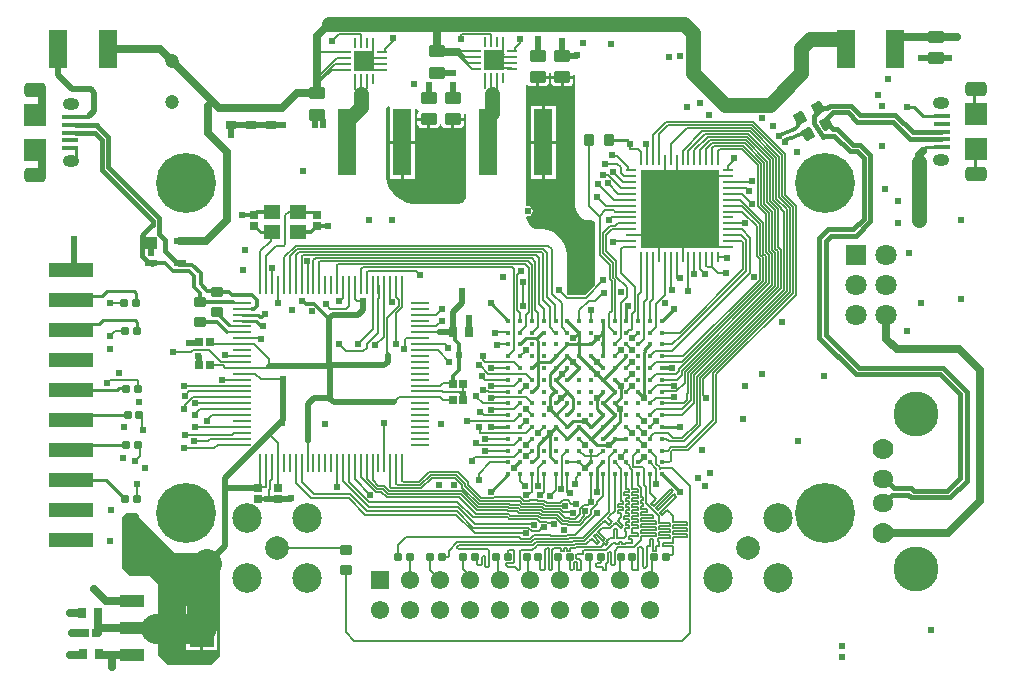
<source format=gtl>
G04*
G04 #@! TF.GenerationSoftware,Altium Limited,Altium Designer,19.1.7 (138)*
G04*
G04 Layer_Physical_Order=1*
G04 Layer_Color=255*
%FSLAX25Y25*%
%MOIN*%
G70*
G01*
G75*
%ADD12C,0.02000*%
%ADD14C,0.00500*%
%ADD17C,0.01000*%
%ADD20R,0.07480X0.07480*%
G04:AMPARAMS|DCode=24|XSize=23.62mil|YSize=23.62mil|CornerRadius=2.36mil|HoleSize=0mil|Usage=FLASHONLY|Rotation=270.000|XOffset=0mil|YOffset=0mil|HoleType=Round|Shape=RoundedRectangle|*
%AMROUNDEDRECTD24*
21,1,0.02362,0.01890,0,0,270.0*
21,1,0.01890,0.02362,0,0,270.0*
1,1,0.00472,-0.00945,-0.00945*
1,1,0.00472,-0.00945,0.00945*
1,1,0.00472,0.00945,0.00945*
1,1,0.00472,0.00945,-0.00945*
%
%ADD24ROUNDEDRECTD24*%
%ADD25R,0.08465X0.12795*%
%ADD26R,0.08465X0.03937*%
%ADD27R,0.02520X0.02520*%
%ADD28R,0.05512X0.04724*%
G04:AMPARAMS|DCode=29|XSize=39.37mil|YSize=35.43mil|CornerRadius=4.43mil|HoleSize=0mil|Usage=FLASHONLY|Rotation=0.000|XOffset=0mil|YOffset=0mil|HoleType=Round|Shape=RoundedRectangle|*
%AMROUNDEDRECTD29*
21,1,0.03937,0.02657,0,0,0.0*
21,1,0.03051,0.03543,0,0,0.0*
1,1,0.00886,0.01526,-0.01329*
1,1,0.00886,-0.01526,-0.01329*
1,1,0.00886,-0.01526,0.01329*
1,1,0.00886,0.01526,0.01329*
%
%ADD29ROUNDEDRECTD29*%
%ADD30R,0.03937X0.02362*%
%ADD31R,0.02520X0.02520*%
%ADD32R,0.02953X0.03740*%
G04:AMPARAMS|DCode=33|XSize=39.37mil|YSize=35.43mil|CornerRadius=4.43mil|HoleSize=0mil|Usage=FLASHONLY|Rotation=270.000|XOffset=0mil|YOffset=0mil|HoleType=Round|Shape=RoundedRectangle|*
%AMROUNDEDRECTD33*
21,1,0.03937,0.02657,0,0,270.0*
21,1,0.03051,0.03543,0,0,270.0*
1,1,0.00886,-0.01329,-0.01526*
1,1,0.00886,-0.01329,0.01526*
1,1,0.00886,0.01329,0.01526*
1,1,0.00886,0.01329,-0.01526*
%
%ADD33ROUNDEDRECTD33*%
G04:AMPARAMS|DCode=34|XSize=39.37mil|YSize=35.43mil|CornerRadius=4.43mil|HoleSize=0mil|Usage=FLASHONLY|Rotation=120.000|XOffset=0mil|YOffset=0mil|HoleType=Round|Shape=RoundedRectangle|*
%AMROUNDEDRECTD34*
21,1,0.03937,0.02657,0,0,120.0*
21,1,0.03051,0.03543,0,0,120.0*
1,1,0.00886,0.00388,0.01986*
1,1,0.00886,0.01914,-0.00657*
1,1,0.00886,-0.00388,-0.01986*
1,1,0.00886,-0.01914,0.00657*
%
%ADD34ROUNDEDRECTD34*%
%ADD35R,0.05906X0.12598*%
%ADD36C,0.01575*%
G04:AMPARAMS|DCode=37|XSize=55.12mil|YSize=39.37mil|CornerRadius=4.92mil|HoleSize=0mil|Usage=FLASHONLY|Rotation=180.000|XOffset=0mil|YOffset=0mil|HoleType=Round|Shape=RoundedRectangle|*
%AMROUNDEDRECTD37*
21,1,0.05512,0.02953,0,0,180.0*
21,1,0.04528,0.03937,0,0,180.0*
1,1,0.00984,-0.02264,0.01476*
1,1,0.00984,0.02264,0.01476*
1,1,0.00984,0.02264,-0.01476*
1,1,0.00984,-0.02264,-0.01476*
%
%ADD37ROUNDEDRECTD37*%
%ADD40R,0.05315X0.01575*%
%ADD41R,0.03740X0.02953*%
%ADD42R,0.15000X0.05000*%
%ADD43R,0.07087X0.07087*%
%ADD44O,0.00984X0.03543*%
%ADD45O,0.03543X0.00984*%
%ADD46R,0.06299X0.22441*%
%ADD47R,0.03937X0.03937*%
%ADD48O,0.00984X0.06102*%
%ADD49O,0.06102X0.00984*%
%ADD92C,0.01400*%
%ADD93R,0.25984X0.25984*%
%ADD94C,0.00600*%
%ADD95C,0.01500*%
%ADD96C,0.02500*%
%ADD97C,0.00800*%
%ADD98C,0.01200*%
%ADD99C,0.05000*%
%ADD100C,0.10000*%
%ADD101C,0.04724*%
%ADD102C,0.07874*%
%ADD103C,0.09843*%
%ADD104R,0.06102X0.06102*%
%ADD105C,0.06102*%
G04:AMPARAMS|DCode=106|XSize=39.37mil|YSize=55.12mil|CornerRadius=19.68mil|HoleSize=0mil|Usage=FLASHONLY|Rotation=90.000|XOffset=0mil|YOffset=0mil|HoleType=Round|Shape=RoundedRectangle|*
%AMROUNDEDRECTD106*
21,1,0.03937,0.01575,0,0,90.0*
21,1,0.00000,0.05512,0,0,90.0*
1,1,0.03937,0.00787,0.00000*
1,1,0.03937,0.00787,0.00000*
1,1,0.03937,-0.00787,0.00000*
1,1,0.03937,-0.00787,0.00000*
%
%ADD106ROUNDEDRECTD106*%
G04:AMPARAMS|DCode=107|XSize=47.24mil|YSize=70.87mil|CornerRadius=11.81mil|HoleSize=0mil|Usage=FLASHONLY|Rotation=90.000|XOffset=0mil|YOffset=0mil|HoleType=Round|Shape=RoundedRectangle|*
%AMROUNDEDRECTD107*
21,1,0.04724,0.04724,0,0,90.0*
21,1,0.02362,0.07087,0,0,90.0*
1,1,0.02362,0.02362,0.01181*
1,1,0.02362,0.02362,-0.01181*
1,1,0.02362,-0.02362,-0.01181*
1,1,0.02362,-0.02362,0.01181*
%
%ADD107ROUNDEDRECTD107*%
%ADD108C,0.07087*%
%ADD109R,0.07087X0.07087*%
%ADD110C,0.15000*%
%ADD111C,0.07000*%
%ADD112O,0.07000X0.06000*%
%ADD113C,0.02400*%
%ADD114C,0.20000*%
G36*
X40300Y55167D02*
Y54791D01*
X52379Y42712D01*
X63292D01*
X67361Y38643D01*
Y8210D01*
X64514Y5363D01*
X49916D01*
X46500Y8779D01*
Y32444D01*
X43897Y35047D01*
X37218D01*
X34668Y37597D01*
Y54755D01*
X35913Y56000D01*
X39467D01*
X40300Y55167D01*
D02*
G37*
G36*
X177516Y202722D02*
X177514Y202710D01*
Y201733D01*
X181299D01*
X185084D01*
Y201881D01*
X185162Y201948D01*
X185584Y202088D01*
X185630Y202032D01*
Y158815D01*
X185655Y158294D01*
X185859Y157272D01*
X186258Y156309D01*
X186836Y155443D01*
X187573Y154706D01*
X188439Y154128D01*
X189402Y153729D01*
X190424Y153526D01*
X190945Y153500D01*
X191219D01*
X191725Y153290D01*
X192113Y152903D01*
X192323Y152396D01*
Y131904D01*
X188983Y128565D01*
X183191D01*
X183071Y128685D01*
Y141383D01*
X183027Y142285D01*
X182674Y144056D01*
X181984Y145723D01*
X180981Y147224D01*
X179704Y148501D01*
X178204Y149503D01*
X176536Y150194D01*
X174766Y150546D01*
X173863Y150591D01*
X173415D01*
X172537Y150765D01*
X171709Y151108D01*
X170964Y151606D01*
X170331Y152239D01*
X169833Y152984D01*
X169491Y153812D01*
X169365Y154444D01*
X169746Y154877D01*
X169800Y154867D01*
X170463Y154999D01*
X171026Y155374D01*
X171401Y155937D01*
X171533Y156600D01*
X171401Y157263D01*
X171026Y157826D01*
X170463Y158201D01*
X169800Y158333D01*
X169702Y158314D01*
X169316Y158631D01*
Y196850D01*
X169373Y198554D01*
X169878Y198698D01*
X169889Y198682D01*
X170382Y198352D01*
X170965Y198236D01*
X172728D01*
Y201234D01*
X173228D01*
Y201734D01*
X177014D01*
Y202710D01*
X177011Y202722D01*
X177264Y203029D01*
X177516Y202722D01*
D02*
G37*
G36*
X123600Y191400D02*
X123901D01*
Y180024D01*
X132201D01*
Y190746D01*
X132663Y190937D01*
X133495Y190105D01*
X133471Y189855D01*
X133141Y189362D01*
X133025Y188779D01*
Y187803D01*
X136810D01*
Y187303D01*
X137310D01*
Y184305D01*
X139074D01*
X139656Y184421D01*
X140150Y184751D01*
X140480Y185245D01*
X140538Y185537D01*
X141047D01*
X141105Y185245D01*
X141435Y184752D01*
X141929Y184422D01*
X142511Y184306D01*
X144275D01*
Y187304D01*
X144775D01*
Y187804D01*
X148560D01*
Y188780D01*
X148509Y189036D01*
X148845Y189481D01*
X149041Y189481D01*
X149400Y189060D01*
Y162000D01*
Y161714D01*
X149289Y161154D01*
X149070Y160626D01*
X148753Y160151D01*
X148349Y159747D01*
X147874Y159430D01*
X147346Y159211D01*
X146786Y159100D01*
X131615D01*
X129683Y159484D01*
X127863Y160238D01*
X126225Y161332D01*
X124832Y162725D01*
X123738Y164363D01*
X122984Y166183D01*
X122600Y168115D01*
Y169100D01*
Y190779D01*
X122737Y191110D01*
X122990Y191363D01*
X123321Y191500D01*
X123500D01*
X123600Y191400D01*
D02*
G37*
%LPC*%
G36*
X66354Y25134D02*
X61622D01*
Y18236D01*
X66354D01*
Y25134D01*
D02*
G37*
G36*
X60622D02*
X55890D01*
Y18236D01*
X60622D01*
Y25134D01*
D02*
G37*
G36*
X66354Y17236D02*
X61622D01*
Y10339D01*
X66354D01*
Y17236D01*
D02*
G37*
G36*
X60622D02*
X55890D01*
Y10339D01*
X60622D01*
Y17236D01*
D02*
G37*
G36*
X177014Y200734D02*
X173728D01*
Y198236D01*
X175492D01*
X176074Y198352D01*
X176568Y198682D01*
X176898Y199175D01*
X177014Y199757D01*
Y200734D01*
D02*
G37*
G36*
X185084Y200733D02*
X181799D01*
Y198235D01*
X183563D01*
X184145Y198351D01*
X184639Y198681D01*
X184968Y199175D01*
X185084Y199757D01*
Y200733D01*
D02*
G37*
G36*
X180799D02*
X177514D01*
Y199757D01*
X177630Y199175D01*
X177960Y198681D01*
X178453Y198351D01*
X179035Y198235D01*
X180799D01*
Y200733D01*
D02*
G37*
G36*
X179149Y191794D02*
X175500D01*
Y180074D01*
X179149D01*
Y191794D01*
D02*
G37*
G36*
X174500D02*
X170850D01*
Y180074D01*
X174500D01*
Y191794D01*
D02*
G37*
G36*
X179149Y179074D02*
X175500D01*
Y167353D01*
X179149D01*
Y179074D01*
D02*
G37*
G36*
X174500D02*
X170850D01*
Y167353D01*
X174500D01*
Y179074D01*
D02*
G37*
G36*
X148560Y186804D02*
X145275D01*
Y184306D01*
X147038D01*
X147621Y184422D01*
X148114Y184752D01*
X148444Y185245D01*
X148560Y185827D01*
Y186804D01*
D02*
G37*
G36*
X136310Y186803D02*
X133025D01*
Y185827D01*
X133141Y185245D01*
X133471Y184751D01*
X133964Y184421D01*
X134546Y184305D01*
X136310D01*
Y186803D01*
D02*
G37*
G36*
X132201Y179024D02*
X128551D01*
Y167303D01*
X132201D01*
Y179024D01*
D02*
G37*
G36*
X127551D02*
X123901D01*
Y167303D01*
X127551D01*
Y179024D01*
D02*
G37*
%LPD*%
D12*
X181299Y208320D02*
X186300D01*
X181299D02*
Y213400D01*
X173228Y208320D02*
Y214000D01*
X158550Y207200D02*
X158900D01*
X158550Y207045D02*
Y207200D01*
X115325Y207000D02*
X115500D01*
X115325Y206693D02*
Y207000D01*
X139764Y202500D02*
X144900D01*
X144775Y194390D02*
Y198700D01*
X136810Y194390D02*
Y198800D01*
X70866Y185335D02*
X84335D01*
X104095Y94088D02*
X105283Y92900D01*
X103849Y94333D02*
X104095Y94088D01*
X96457Y80000D02*
Y92317D01*
X105283Y92900D02*
X125229D01*
X69095Y64300D02*
Y67594D01*
Y45094D02*
Y64300D01*
X69205Y64411D01*
X79800D01*
X69095Y67594D02*
X88000Y86500D01*
X63100Y39100D02*
X69095Y45094D01*
X88000Y86100D02*
Y86500D01*
X186300Y208320D02*
Y208800D01*
X181299Y213400D02*
X181400D01*
X173228Y214000D02*
X173300D01*
X139764Y202500D02*
Y202756D01*
X144775Y198700D02*
X144800D01*
X136810Y198800D02*
X137000D01*
X18600Y143100D02*
Y147300D01*
Y137931D02*
Y143100D01*
X17717Y137047D02*
X18600Y137931D01*
X60100Y108400D02*
X60168Y108332D01*
Y105343D02*
Y108332D01*
Y105343D02*
X60197Y105315D01*
X56900Y112800D02*
X60102D01*
X60197Y112895D01*
X84136Y185335D02*
X88157D01*
X84335Y185335D02*
X84500Y185500D01*
X88292Y185200D02*
X88400D01*
X88157Y185335D02*
X88292Y185200D01*
X70933Y182167D02*
X71000Y182100D01*
X70933Y182167D02*
Y185268D01*
X70866Y185335D02*
X70933Y185268D01*
X101523Y185377D02*
X101600Y185300D01*
X101523Y185377D02*
Y186910D01*
X101409Y187024D02*
X101523Y186910D01*
X101409Y187024D02*
Y187811D01*
X100441Y188779D02*
X101409Y187811D01*
X99654Y188779D02*
X100441D01*
X99000Y185300D02*
X99076Y185377D01*
Y188203D01*
X99654Y188779D01*
X44300Y142500D02*
X44328Y142528D01*
Y145924D01*
X44357Y145953D01*
X88000Y86500D02*
X88386Y86886D01*
X103614Y120738D02*
Y120876D01*
Y104835D02*
Y120738D01*
Y120876D02*
X104786Y122047D01*
X305843Y207600D02*
X310200D01*
X305800Y207557D02*
X305843Y207600D01*
X300900Y207500D02*
X300957Y207557D01*
X305800D01*
X82934Y60789D02*
X86600D01*
X88386Y86886D02*
Y100559D01*
X104786Y122047D02*
X113356D01*
X13386Y201907D02*
X18049Y197244D01*
X13386Y201907D02*
Y210630D01*
X18049Y197244D02*
X24124D01*
X25295Y196072D01*
Y189862D02*
Y196072D01*
X23622Y188189D02*
X25295Y189862D01*
X147953Y125998D02*
Y129921D01*
X144882Y122927D02*
X147953Y125998D01*
X144882Y116205D02*
Y122927D01*
X150386Y121020D02*
X150394Y121013D01*
Y116205D02*
Y121013D01*
X90927Y60789D02*
X91009Y60871D01*
X86600Y60789D02*
X90927D01*
X115000Y123691D02*
Y126654D01*
X113356Y122047D02*
X115000Y123691D01*
X104095Y94088D02*
Y105315D01*
X103614Y104835D02*
X104095Y105315D01*
X83661Y104835D02*
X103614D01*
X98472Y94333D02*
X103849D01*
X96457Y92317D02*
X98472Y94333D01*
X104095Y105315D02*
X121958D01*
X123130Y106486D01*
Y108760D01*
X140256Y116205D02*
X144882D01*
D14*
X30383Y115339D02*
X30842D01*
X32303Y116800D01*
X35713D01*
X218316Y46200D02*
Y46930D01*
Y42202D02*
Y44566D01*
Y46066D02*
Y46200D01*
X215098Y46066D02*
X218316D01*
X215098Y45066D02*
Y46066D01*
Y45066D02*
X218316D01*
Y44566D02*
Y45066D01*
X217945Y41831D02*
X218316Y42202D01*
X216136Y41831D02*
X217945D01*
X217146Y56247D02*
X217659Y55733D01*
X218316Y55076D01*
Y53561D02*
Y55076D01*
Y46930D02*
Y47500D01*
Y48061D01*
X222893D01*
Y49061D01*
X218316D02*
X222893D01*
X218316D02*
Y50061D01*
X222893D01*
Y51061D01*
X218316D02*
X222893D01*
X218316D02*
Y52061D01*
X222893D01*
Y53061D01*
X218316D02*
X222893D01*
X218316D02*
Y53561D01*
X223893Y40670D02*
Y64993D01*
X217835Y71051D02*
X223893Y64993D01*
X213811Y71051D02*
X217835D01*
X209350Y59318D02*
X212989Y55680D01*
X216995Y56397D02*
X217146Y56247D01*
X216288Y57104D02*
X216995Y56397D01*
X214633Y55449D02*
X216288Y57104D01*
X213926Y56156D02*
X214633Y55449D01*
X213926Y56156D02*
X215581Y57811D01*
X219254Y61484D01*
X218547Y62191D02*
X219254Y61484D01*
X214874Y58518D02*
X218547Y62191D01*
X213219Y56863D02*
X214874Y58518D01*
X212512Y57570D02*
X213219Y56863D01*
X212512Y57570D02*
X214167Y59225D01*
X218335Y63393D01*
X217628Y64100D02*
X218335Y63393D01*
X213460Y59932D02*
X217628Y64100D01*
X211805Y58277D02*
X213460Y59932D01*
X211098Y58985D02*
X211805Y58277D01*
X211098Y58985D02*
X212753Y60639D01*
X212046Y61347D02*
X212753Y60639D01*
X211692Y61700D02*
X212046Y61347D01*
X210630Y62762D02*
X211692Y61700D01*
X210630Y62762D02*
Y68898D01*
X205080Y71280D02*
X208139D01*
X208661Y70758D01*
Y65354D02*
Y70758D01*
Y65354D02*
X209350Y64665D01*
Y59318D02*
Y64665D01*
X212989Y55680D02*
X213229Y55439D01*
X213583Y55086D01*
Y54644D02*
Y55086D01*
Y53644D02*
Y54644D01*
Y52644D02*
Y53644D01*
Y52644D02*
X217255D01*
Y51644D02*
Y52644D01*
X213583Y51644D02*
X217255D01*
X213583Y50644D02*
Y51644D01*
Y50644D02*
X217255D01*
Y49644D02*
Y50644D01*
X213583Y49644D02*
X217255D01*
X213583Y48644D02*
Y49644D01*
Y48644D02*
X217255D01*
Y47644D02*
Y48644D01*
X213583Y47644D02*
X217255D01*
X213112D02*
X213583D01*
X213112Y46644D02*
Y47644D01*
Y46644D02*
X213583D01*
Y45644D02*
Y46644D01*
Y45144D02*
Y45644D01*
X213554Y45144D02*
X213583D01*
X212554D02*
X213554D01*
X212554Y43468D02*
Y45144D01*
X211554Y43468D02*
X212554D01*
X211554D02*
Y45144D01*
Y47407D01*
X210554D02*
X211554D01*
X210554Y45144D02*
Y47407D01*
X210054Y45144D02*
X210554D01*
X209761Y44851D02*
X210054Y45144D01*
X209761Y38401D02*
Y44851D01*
X209065Y37705D02*
X209761Y38401D01*
X208651Y37705D02*
X209065D01*
X208139Y38217D02*
X208651Y37705D01*
X208139Y38217D02*
Y44094D01*
X218316Y46930D02*
X218316Y46930D01*
X207485Y44748D02*
X208139Y44094D01*
X206677Y37143D02*
Y44455D01*
X206970Y44748D01*
X207485D01*
X204700Y45900D02*
Y46884D01*
X202836Y45900D02*
X204700D01*
X206384Y36850D02*
X206677Y37143D01*
X205080Y36850D02*
X206384D01*
X204767Y37163D02*
X205080Y36850D01*
X204767Y37163D02*
Y41476D01*
X206693Y65453D02*
Y68898D01*
Y65453D02*
X207677Y64468D01*
Y61968D02*
Y64468D01*
Y46884D02*
Y47400D01*
Y47469D01*
Y48469D01*
X212486D01*
Y49468D01*
X207677D02*
X212486D01*
X207677D02*
Y50468D01*
X212558D01*
Y51468D01*
X207677D02*
X212558D01*
X207677D02*
Y52469D01*
X212558D01*
Y53469D01*
X207677D02*
X212558D01*
X207677D02*
Y54469D01*
X211761D01*
Y55468D01*
X207677D02*
X211761D01*
X207677D02*
Y56468D01*
X209761D01*
Y57468D01*
X207677D02*
X209761D01*
X207677D02*
Y58469D01*
X208326D01*
Y59469D01*
X207677D02*
X208326D01*
X207677D02*
Y60469D01*
X208326D01*
Y61468D01*
X207677D02*
X208326D01*
X207677D02*
Y61968D01*
X205435Y44642D02*
X207677Y46884D01*
X200036Y44642D02*
X205435D01*
X198819Y43425D02*
X200036Y44642D01*
X198819Y38915D02*
Y43425D01*
X198282Y45900D02*
X198511D01*
X199336D01*
Y45650D02*
Y45900D01*
Y45650D02*
X200336D01*
Y45900D01*
Y46437D01*
X201336D01*
Y45900D02*
Y46437D01*
Y45650D02*
Y45900D01*
Y45650D02*
X202336D01*
Y45900D01*
X202836D01*
X196024Y43642D02*
X198282Y45900D01*
X188626Y43642D02*
X196024D01*
X188189Y43205D02*
X188626Y43642D01*
X188189Y42495D02*
Y43205D01*
X202756Y72723D02*
X203787Y71692D01*
Y71158D02*
Y71692D01*
Y71158D02*
X204700Y70246D01*
Y64468D02*
Y70246D01*
Y50200D02*
Y50800D01*
Y50968D01*
X206677D01*
Y51968D01*
X204700D02*
X206677D01*
X204700D02*
Y52969D01*
X206677D01*
Y53969D01*
X204700D02*
X206677D01*
X204700D02*
Y54969D01*
X206677D01*
Y55968D01*
X204700D02*
X206677D01*
X204700D02*
Y56968D01*
X206677D01*
Y57968D01*
X204700D02*
X206677D01*
X204700D02*
Y58969D01*
X206677D01*
Y59969D01*
X204700D02*
X206677D01*
X204700D02*
Y60969D01*
X206677D01*
Y61968D01*
X204700D02*
X206677D01*
X204700D02*
Y62968D01*
X206677D01*
Y63968D01*
X204700D02*
X206677D01*
X204700D02*
Y64468D01*
Y49384D02*
Y50200D01*
Y49384D02*
X206677D01*
Y48384D02*
Y49384D01*
X204700Y48384D02*
X206677D01*
X203756D02*
X204700D01*
X203756Y47384D02*
Y48384D01*
Y47384D02*
X204700D01*
Y46884D02*
Y47384D01*
X196457Y42661D02*
X196804Y43008D01*
X195143Y36850D02*
X195804D01*
X196457Y39508D02*
Y42661D01*
X196097Y39148D02*
X196457Y39508D01*
X196097Y37143D02*
Y39148D01*
X195804Y36850D02*
X196097Y37143D01*
X194850D02*
X195143Y36850D01*
X194850Y37143D02*
Y37695D01*
X194557Y37988D02*
X194850Y37695D01*
X192976Y37988D02*
X194557D01*
X192542Y38422D02*
X192976Y37988D01*
X192542Y38422D02*
Y39018D01*
X192835Y39311D01*
X193999D01*
X194291Y39604D01*
Y41476D01*
X197804Y38622D02*
X198526D01*
X196804Y43008D02*
X197219D01*
X197511Y42715D01*
Y38915D02*
Y42715D01*
Y38915D02*
X197804Y38622D01*
X198526D02*
X198819Y38915D01*
X187896Y42202D02*
X188189Y42495D01*
X186317Y42202D02*
X187896D01*
X186024Y41909D02*
X186317Y42202D01*
X186024Y41074D02*
Y41909D01*
Y41074D02*
X186317Y40782D01*
X186916D01*
X187681Y40017D01*
X187382Y36850D02*
X187681Y37150D01*
X186317D02*
Y39215D01*
X186616Y36850D02*
X187382D01*
X187681Y37150D02*
Y40017D01*
X186317Y37150D02*
X186616Y36850D01*
X186024Y39508D02*
X186317Y39215D01*
X185421Y39508D02*
X186024D01*
X185128Y39215D02*
X185421Y39508D01*
X185128Y37308D02*
Y39215D01*
X184671Y36850D02*
X185128Y37308D01*
X184226Y36850D02*
X184671D01*
X183858Y37218D02*
X184226Y36850D01*
X183858Y37218D02*
Y41476D01*
X202756Y64468D02*
Y68898D01*
Y48363D02*
Y48968D01*
Y49968D01*
X202351D02*
X202756D01*
X202351D02*
Y50968D01*
X202756D01*
X203631D01*
Y51968D01*
X202756D02*
X203631D01*
X202756D02*
Y52969D01*
X203631D01*
Y53969D01*
X202756D02*
X203631D01*
X201964D02*
X202756D01*
X201964D02*
Y54969D01*
X202756D01*
X203631D01*
Y55968D01*
X202756D02*
X203631D01*
X202756D02*
Y56968D01*
X203631D01*
Y57968D01*
X202756D02*
X203631D01*
X202756D02*
Y58969D01*
X203631D01*
Y59969D01*
X202756D02*
X203631D01*
X202756D02*
Y60969D01*
X203631D01*
Y61968D01*
X202756D02*
X203631D01*
X201964D02*
X202756D01*
X201964D02*
Y62968D01*
X202756D01*
X203631D01*
Y63968D01*
X202756D02*
X203631D01*
X202756D02*
Y64468D01*
X202011Y47618D02*
X202756Y48363D01*
X197158Y47618D02*
X197511D01*
X198511D01*
Y50649D01*
X199511D01*
Y47618D02*
Y50649D01*
Y47618D02*
X200511D01*
X201511D01*
X202011D01*
X194181Y44642D02*
X194683Y45144D01*
X195390Y45851D01*
X196056Y45185D01*
X196763Y45892D01*
X196097Y46558D02*
X196763Y45892D01*
X196097Y46558D02*
X196804Y47265D01*
X197158Y47618D01*
X185902Y44642D02*
X186681D01*
X187681D01*
X188681D01*
X189681D01*
X190681D01*
X191681D01*
X192681D01*
X193681D01*
X194181D01*
X185542Y44282D02*
X185902Y44642D01*
X178591Y44282D02*
X179042D01*
X180042D01*
X181042D01*
Y43460D02*
Y44282D01*
Y43460D02*
X182042D01*
Y44282D01*
X183042D01*
Y43476D02*
Y44282D01*
Y43476D02*
X184042D01*
Y44282D01*
X185042D01*
X185542D01*
X177822Y43513D02*
X178591Y44282D01*
X177822Y37442D02*
Y41378D01*
Y42013D01*
Y43013D01*
Y43513D01*
X198819Y72835D02*
X200896Y70758D01*
Y64961D02*
Y70758D01*
Y60016D02*
Y64961D01*
Y60016D02*
X201539D01*
Y59016D02*
Y60016D01*
X200896Y59016D02*
X201539D01*
X200036D02*
X200896D01*
X200036Y58016D02*
Y59016D01*
Y58016D02*
X200896D01*
X201539D01*
Y57016D02*
Y58016D01*
X200896Y57016D02*
X201539D01*
X200036D02*
X200896D01*
X200036Y56016D02*
Y57016D01*
Y56016D02*
X200896D01*
Y55016D02*
Y56016D01*
Y54516D02*
Y55016D01*
X200550Y54170D02*
X200896Y54516D01*
X199843Y53463D02*
X200550Y54170D01*
X199843Y53463D02*
X201603Y51702D01*
X200896Y50995D02*
X201603Y51702D01*
X199135Y52756D02*
X200896Y50995D01*
X198428Y52048D02*
X199135Y52756D01*
X197721Y51341D02*
X198428Y52048D01*
X197368Y50988D02*
X197721Y51341D01*
X194640Y50988D02*
X195400D01*
X196900D02*
X197368D01*
X195900D02*
X196900D01*
X195400D02*
X195900D01*
X193602Y49950D02*
X194640Y50988D01*
X189294Y45642D02*
X189713Y46061D01*
X190420Y46768D01*
X191128Y47475D01*
X192961Y45642D01*
X193668Y46349D01*
X191835Y48182D02*
X193668Y46349D01*
X191835Y48182D02*
X192542Y48889D01*
X194778Y46653D01*
X195485Y47360D01*
X193249Y49596D02*
X195485Y47360D01*
X193249Y49596D02*
X193602Y49950D01*
X185488Y45642D02*
X186317D01*
X186794D01*
X187794D01*
X188794D01*
X189294D01*
X185128Y45281D02*
X185488Y45642D01*
X182067Y45281D02*
X185128D01*
X172954D02*
X182067D01*
X172470Y44798D02*
X172954Y45281D01*
X173827Y37442D02*
Y41054D01*
X173405Y41476D02*
X173827Y41054D01*
Y37442D02*
X174257Y37013D01*
X175278D01*
X175571Y37306D01*
Y43641D01*
X176107Y44177D01*
X176521D01*
X176814Y43884D01*
Y37442D02*
Y43884D01*
Y37442D02*
X177107Y37150D01*
X177529D01*
X177822Y37442D01*
X198819Y56729D02*
Y68898D01*
X197106Y55017D02*
X198819Y56729D01*
X188731Y46642D02*
X194645Y52555D01*
X195515Y53426D01*
X196953Y51988D01*
X198014Y53048D01*
X196576Y54487D02*
X198014Y53048D01*
X196576Y54487D02*
X197106Y55017D01*
X185074Y46642D02*
X188731D01*
X184714Y46281D02*
X185074Y46642D01*
X172510Y46281D02*
X184714D01*
X171460Y45231D02*
X172510Y46281D01*
X146833Y45231D02*
X171460D01*
X146400Y44798D02*
X146833Y45231D01*
X162528Y38622D02*
X163163Y37988D01*
X165669D01*
X166507Y37150D01*
X162474Y38622D02*
X162528D01*
X162474D02*
Y39017D01*
X162767Y39310D01*
X165035D01*
X165328Y39603D01*
Y43348D01*
X165035Y43640D02*
X165328Y43348D01*
X163455Y43640D02*
X165035D01*
X163163Y43348D02*
X163455Y43640D01*
X163163Y41475D02*
Y43348D01*
X166507Y37150D02*
X166921D01*
X167214Y37442D01*
Y43187D01*
X167668Y43641D01*
X171284D01*
X172441Y44798D01*
X172470D01*
X156509Y43900D02*
X157060Y43349D01*
X146870Y43900D02*
X156509D01*
X146400Y44370D02*
X146870Y43900D01*
X146400Y44370D02*
Y44798D01*
X154227Y38622D02*
X154520Y38915D01*
X153390Y38622D02*
X154227D01*
X154520Y38915D02*
Y41085D01*
X153012Y39000D02*
X153390Y38622D01*
X153012Y39000D02*
Y40782D01*
X152317Y41476D02*
X153012Y40782D01*
X154520Y41085D02*
X154951Y41516D01*
X155365D01*
X155658Y41223D01*
Y38281D02*
Y41223D01*
Y38281D02*
X155951Y37988D01*
X156628D01*
X157060Y38420D02*
Y43349D01*
X156628Y37988D02*
X157060Y38420D01*
X183058Y48642D02*
X185742D01*
X182697Y48281D02*
X183058Y48642D01*
X177527Y48281D02*
X182697D01*
X177190Y48619D02*
X177527Y48281D01*
X172019Y48619D02*
X177190D01*
X170632Y47231D02*
X172019Y48619D01*
X172096Y47282D02*
X183112D01*
X171046Y46231D02*
X172096Y47282D01*
X143270Y41477D02*
X143504Y41711D01*
X141339Y41477D02*
X143270D01*
X143504Y41711D02*
Y43433D01*
X146302Y46231D01*
X171046D01*
X183112Y47282D02*
X183472Y47642D01*
X188317D01*
X196850Y56175D01*
X185742Y48642D02*
X193000Y55900D01*
X167668Y47231D02*
X170632D01*
X166800Y48099D02*
X167668Y47231D01*
X129410Y48099D02*
X166800D01*
X126730Y45419D02*
X129410Y48099D01*
X126730Y41478D02*
Y45419D01*
X178215Y52585D02*
X178500Y52300D01*
X174172Y54200D02*
X177642D01*
X177692Y54250D01*
X179308D01*
X174586Y55200D02*
X177228D01*
X177278Y55250D01*
X179722D01*
X175000Y56200D02*
X176814D01*
X176864Y56250D01*
X180136D01*
X175415Y57200D02*
X176400D01*
X176450Y57250D01*
X180550D01*
X175371Y58658D02*
X175829Y58200D01*
X175985D01*
X176035Y58250D01*
X182349D01*
X175393Y60050D02*
X176193Y59250D01*
X180591D01*
X181570Y60229D01*
X179308Y54250D02*
X181358Y52200D01*
X183214D01*
X183264Y52150D01*
X187330D01*
X179722Y55250D02*
X181772Y53200D01*
X183628D01*
X183678Y53150D01*
X186916D01*
X180136Y56250D02*
X182186Y54200D01*
X184042D01*
X184092Y54150D01*
X185708D01*
X184671Y56329D02*
X184900Y56100D01*
X185708Y54150D02*
X187150Y55592D01*
Y57308D01*
X188592Y58750D01*
X189908Y54550D02*
X191050Y55692D01*
Y57092D01*
X192925Y58967D01*
X186916Y53150D02*
X188608Y54842D01*
Y55264D01*
X188886Y55542D01*
X187330Y52150D02*
X189730Y54550D01*
X189908D01*
X173736Y56050D02*
X174586Y55200D01*
X189950Y58750D02*
X190900Y59700D01*
X174565Y58050D02*
X175415Y57200D01*
X182349Y58250D02*
X182378Y58279D01*
X147000Y61200D02*
X152700Y55500D01*
X188592Y58750D02*
X189950D01*
X174150Y57050D02*
X175000Y56200D01*
X180550Y57250D02*
X181471Y56329D01*
X173322Y55050D02*
X174172Y54200D01*
X184415Y59000D02*
X185700D01*
X183186Y60229D02*
X184415Y59000D01*
X185700D02*
X185700Y59000D01*
X186057D01*
X181570Y60229D02*
X183186D01*
X183900Y62500D02*
X183928Y62528D01*
X181471Y56329D02*
X184671D01*
X176004Y53131D02*
X176550Y52585D01*
X173827Y53131D02*
X176004D01*
X174682Y51181D02*
X175197D01*
X196850Y56175D02*
Y74727D01*
X173405Y41476D02*
X174100Y42171D01*
X194291Y41476D02*
X194986Y42171D01*
X215780Y41475D02*
X216136Y41831D01*
X196850Y74727D02*
X198819Y76696D01*
Y76772D01*
X202756Y72723D02*
Y72835D01*
X204787Y71572D02*
X205080Y71280D01*
X204787Y71572D02*
Y74866D01*
X206693Y76772D01*
X166350Y135450D02*
X167900Y137000D01*
X227362Y137465D02*
X229000Y135827D01*
X227362Y137465D02*
Y141339D01*
X94450Y141550D02*
X94900Y142000D01*
X96400Y139900D02*
X96457Y139843D01*
Y132051D02*
Y139843D01*
X94450Y132089D02*
Y141550D01*
Y132089D02*
X94488Y132051D01*
X104467Y213184D02*
X106983Y215700D01*
X114048D01*
X114341Y215407D01*
Y212697D02*
Y215407D01*
X99654Y208423D02*
X100876Y209646D01*
X109321D01*
X147700Y214000D02*
X147800Y213900D01*
X147700Y214000D02*
Y215457D01*
X147993Y215750D01*
X157223D01*
X157566Y215407D01*
Y213049D02*
Y215407D01*
X146500Y209500D02*
X146998Y209998D01*
X152547D01*
X153469Y67003D02*
X153543Y66929D01*
X193900Y141856D02*
X197196Y138560D01*
X193900Y154975D02*
X193925Y155000D01*
X193900Y141856D02*
Y154975D01*
X193925Y155000D02*
X195768Y156843D01*
X193500Y155000D02*
X193925D01*
X190154Y158346D02*
X193500Y155000D01*
X190154Y158346D02*
Y180200D01*
X190945Y60400D02*
Y68898D01*
X194800Y61608D02*
Y61800D01*
X190900Y59700D02*
Y60355D01*
X190945Y60400D01*
X192925Y58967D02*
Y59733D01*
X194800Y61608D01*
X244339Y166339D02*
X244600Y166600D01*
X236614Y166339D02*
X244339D01*
X245028Y186300D02*
X255700Y175628D01*
X215878Y186300D02*
X245028D01*
X244614Y185300D02*
X254700Y175214D01*
X216500Y185300D02*
X244614D01*
X244199Y184300D02*
X253700Y174800D01*
X222800Y184300D02*
X244199D01*
X243785Y183300D02*
X252700Y174385D01*
X228100Y183300D02*
X243785D01*
X243371Y182300D02*
X251700Y173971D01*
X229000Y182300D02*
X243371D01*
X242957Y181300D02*
X250700Y173557D01*
X229800Y181300D02*
X242957D01*
X242543Y180300D02*
X249700Y173143D01*
X230500Y180300D02*
X242543D01*
X242128Y179300D02*
X248700Y172728D01*
X231300Y179300D02*
X242128D01*
X241714Y178300D02*
X247700Y172314D01*
X232100Y178300D02*
X241714D01*
X241300Y177300D02*
X246700Y171900D01*
X233800Y177300D02*
X241300D01*
X210630Y76772D02*
X210672D01*
X147900Y63200D02*
X153200Y57900D01*
X181102Y63976D02*
X181134Y64008D01*
X179134Y63564D02*
Y68898D01*
X177181Y61611D02*
X179134Y63564D01*
X183071Y63063D02*
Y68898D01*
X183928Y62528D02*
X183984D01*
X181134Y64008D02*
Y74835D01*
X146400Y56500D02*
X151737Y51162D01*
X173292Y60050D02*
X175393D01*
X173078Y60264D02*
X173292Y60050D01*
X170322Y60264D02*
X173078D01*
X170108Y60050D02*
X170322Y60264D01*
X170099Y51162D02*
X171111Y50150D01*
X151737Y51162D02*
X170099D01*
X168492Y60050D02*
X170108D01*
X163214Y54500D02*
X163664Y54050D01*
X146586Y58000D02*
X152405Y52181D01*
X167342Y61200D02*
X168492Y60050D01*
X168078Y59050D02*
X174979D01*
X167664Y58050D02*
X174565D01*
X167250Y57050D02*
X174150D01*
X166835Y56050D02*
X173736D01*
X152700Y55500D02*
X163629D01*
X164079Y55050D01*
X173322D01*
X163664Y54050D02*
X172908D01*
X176550Y52585D02*
X178215D01*
X152405Y52181D02*
X172019D01*
X172100Y52100D01*
X171111Y50150D02*
X173651D01*
X174682Y51181D01*
X174979Y59050D02*
X175371Y58658D01*
X172908Y54050D02*
X173827Y53131D01*
X166385Y56500D02*
X166835Y56050D01*
X163186Y56500D02*
X166385D01*
X166800Y57500D02*
X167250Y57050D01*
X163600Y57500D02*
X166800D01*
X167214Y58500D02*
X167664Y58050D01*
X164014Y58500D02*
X167214D01*
X167228Y59900D02*
X168078Y59050D01*
X154028Y59900D02*
X167228D01*
X175371Y58658D02*
X175371D01*
X149021Y64907D02*
X154028Y59900D01*
X163614Y58900D02*
X164014Y58500D01*
X153614Y58900D02*
X163614D01*
X148021Y64493D02*
X153614Y58900D01*
X163200Y57900D02*
X163600Y57500D01*
X153200Y57900D02*
X163200D01*
X162786Y56900D02*
X163186Y56500D01*
X169300Y62000D02*
X169807D01*
X170932Y63125D01*
X152273Y49213D02*
X169291D01*
X167323Y66523D02*
X168885Y64961D01*
X173228D02*
Y70866D01*
X171260Y63125D02*
Y68898D01*
X158446Y61200D02*
X167342D01*
X158319Y61074D02*
X158446Y61200D01*
X154269Y61074D02*
X158319D01*
X150021Y65321D02*
X154269Y61074D01*
X150021Y65321D02*
Y66165D01*
X146486Y69700D02*
X150021Y66165D01*
X137072Y69700D02*
X146486D01*
X133593Y66221D02*
X137072Y69700D01*
X128479Y66221D02*
X133593D01*
X127953Y66747D02*
X128479Y66221D01*
X127953Y66747D02*
Y72799D01*
X151500Y54500D02*
X163214D01*
X152786Y56900D02*
X162786D01*
X170932Y63125D02*
X171260D01*
X174100Y62000D02*
X175197Y63097D01*
X147486Y62200D02*
X152786Y56900D01*
X149021Y64907D02*
Y65751D01*
X146072Y68700D02*
X149021Y65751D01*
X137486Y68700D02*
X146072D01*
X134007Y65221D02*
X137486Y68700D01*
X126579Y65221D02*
X134007D01*
X125984Y65816D02*
X126579Y65221D01*
X125984Y65816D02*
Y72799D01*
X194882Y61700D02*
Y68898D01*
X148021Y64493D02*
Y65336D01*
X145658Y67700D02*
X148021Y65336D01*
X137900Y67700D02*
X145658D01*
X134421Y64221D02*
X137900Y67700D01*
X124309Y64221D02*
X134421D01*
X124016Y64514D02*
X124309Y64221D01*
X123628Y63200D02*
X147900D01*
X123214Y62200D02*
X147486D01*
X122800Y61200D02*
X147000D01*
X116842Y59800D02*
X146200D01*
X121454Y63961D02*
X123214Y62200D01*
X121039Y62961D02*
X122800Y61200D01*
X110236Y66406D02*
X116842Y59800D01*
X146200D02*
X151500Y54500D01*
X121868Y64961D02*
X123628Y63200D01*
X124016Y64514D02*
Y72799D01*
X158800Y116300D02*
X163227D01*
X163386Y116142D01*
X59055Y92583D02*
X74705D01*
X58266Y94551D02*
X74705D01*
X55692Y91977D02*
X58266Y94551D01*
X59055Y88582D02*
Y89097D01*
X55692Y90915D02*
Y91977D01*
X59055Y89097D02*
X60126Y90167D01*
X114800Y138000D02*
X154700D01*
X106592Y139000D02*
X168885D01*
X100700Y140000D02*
X156000D01*
X99200Y141000D02*
X171200D01*
X94900Y142000D02*
X172700D01*
X93600Y143000D02*
X174400D01*
X93000Y144000D02*
X175100D01*
X176300Y142800D01*
X168885Y139000D02*
X170250Y137635D01*
X106299Y138707D02*
X106592Y139000D01*
X170090Y140000D02*
X171383Y138707D01*
X90551Y141551D02*
X93000Y144000D01*
X172700Y142000D02*
X173700Y141000D01*
X98425Y140225D02*
X99200Y141000D01*
X171200D02*
X172400Y139800D01*
X164554Y138000D02*
X165350Y137204D01*
X156000Y140000D02*
X170090D01*
X100394Y139694D02*
X100700Y140000D01*
X154700Y138000D02*
X164554D01*
X114173Y137373D02*
X114800Y138000D01*
X174400Y143000D02*
X174900Y142500D01*
X92520Y141920D02*
X93600Y143000D01*
X92500Y145100D02*
X176700D01*
X177900Y143900D01*
X88583Y141183D02*
X92500Y145100D01*
X120079Y64961D02*
X121868D01*
X118110Y66929D02*
X120079Y64961D01*
X119665Y63961D02*
X121454D01*
X116142Y67483D02*
X119665Y63961D01*
X119250Y62961D02*
X121039D01*
X110700Y62200D02*
X116400Y56500D01*
X98506Y62200D02*
X110700D01*
X94488Y66218D02*
X98506Y62200D01*
X110214Y60900D02*
X115714Y55400D01*
X97565Y60900D02*
X110214D01*
X92520Y65945D02*
X97565Y60900D01*
X108268Y66690D02*
X116958Y58000D01*
X146586D01*
X108268Y66690D02*
Y72799D01*
X110236Y66406D02*
Y72799D01*
X112205Y67195D02*
X117300Y62100D01*
X112205Y67195D02*
Y72799D01*
X168300Y125100D02*
X168400Y125000D01*
X168300Y125100D02*
Y133000D01*
X166400Y125815D02*
Y132142D01*
X166350Y132192D02*
X166400Y132142D01*
X166350Y132192D02*
Y135450D01*
Y125765D02*
X166400Y125815D01*
X166350Y123650D02*
Y125765D01*
X165350Y110232D02*
Y137204D01*
X163386Y108268D02*
X165350Y110232D01*
X166350Y123650D02*
X167323Y122677D01*
Y120079D02*
Y122677D01*
X170250Y123006D02*
Y137635D01*
X169291Y122047D02*
X170250Y123006D01*
X219250Y102350D02*
X220143Y103243D01*
X212586Y102350D02*
X219250D01*
X210630Y100394D02*
X212586Y102350D01*
X220143Y103857D02*
X249250Y132964D01*
X220143Y103243D02*
Y103857D01*
X221143Y103442D02*
X250250Y132550D01*
X221143Y101843D02*
Y103442D01*
X222143Y103028D02*
X251250Y132135D01*
X222143Y99384D02*
Y103028D01*
X219278Y96520D02*
X222143Y99384D01*
X219694Y100394D02*
X221143Y101843D01*
X255700Y162028D02*
X259250Y158478D01*
X254700Y161614D02*
X258250Y158064D01*
X253700Y161199D02*
X257250Y157650D01*
X252700Y160785D02*
X256250Y157235D01*
X254400Y157293D02*
X255250Y156443D01*
X212699Y106400D02*
X221272D01*
X214567Y108268D02*
X221725D01*
X218042Y110100D02*
X244100Y136158D01*
X246400Y141600D02*
Y151500D01*
Y141600D02*
X247250Y140750D01*
Y133792D02*
Y140750D01*
X221725Y108268D02*
X247250Y133792D01*
X247400Y142015D02*
Y152257D01*
Y142015D02*
X248250Y141165D01*
Y133378D02*
Y141165D01*
X221272Y106400D02*
X248250Y133378D01*
X248400Y142429D02*
Y152671D01*
Y142429D02*
X249250Y141579D01*
Y132964D02*
Y141579D01*
X249400Y142843D02*
Y155314D01*
Y142843D02*
X250250Y141993D01*
Y132550D02*
Y141993D01*
X250400Y143257D02*
Y156014D01*
Y143257D02*
X251250Y142407D01*
Y132135D02*
Y142407D01*
X251400Y143671D02*
Y156428D01*
Y143671D02*
X252250Y142821D01*
Y131721D02*
Y142821D01*
X223200Y102671D02*
X252250Y131721D01*
X252400Y144086D02*
Y156843D01*
Y144086D02*
X253250Y143236D01*
Y131307D02*
Y143236D01*
X224200Y102257D02*
X253250Y131307D01*
X253400Y144500D02*
Y157257D01*
Y144500D02*
X254250Y143650D01*
Y130893D02*
Y143650D01*
X225214Y101857D02*
X254250Y130893D01*
X255250Y130479D02*
Y156443D01*
X226214Y101443D02*
X255250Y130479D01*
X256250Y130064D02*
Y157235D01*
X227214Y101029D02*
X256250Y130064D01*
X228335Y100736D02*
X257250Y129650D01*
Y157650D01*
X231677Y102663D02*
X258250Y129236D01*
Y158064D01*
X232677Y102249D02*
X259250Y128822D01*
Y158478D01*
X223200Y96100D02*
Y102671D01*
X224200Y93500D02*
Y102257D01*
X225214Y96314D02*
Y101857D01*
X226214Y85714D02*
Y101443D01*
X227214Y85300D02*
Y101029D01*
X228335Y95364D02*
Y100736D01*
X231677Y86863D02*
Y102663D01*
X232677Y86449D02*
Y102249D01*
X212400Y110100D02*
X218042D01*
X244100Y136158D02*
Y147700D01*
X241210Y150591D02*
X244100Y147700D01*
X221457Y176657D02*
X228100Y183300D01*
X223425Y176725D02*
X229000Y182300D01*
X225394Y176894D02*
X229800Y181300D01*
X227362Y177162D02*
X230500Y180300D01*
X229331Y177331D02*
X231300Y179300D01*
X231299Y177499D02*
X232100Y178300D01*
X233268Y176768D02*
X233800Y177300D01*
X211614Y182036D02*
X215878Y186300D01*
X213583Y182383D02*
X216500Y185300D01*
X233268Y173622D02*
Y176768D01*
X217520Y179020D02*
X222800Y184300D01*
X240638Y160433D02*
X248400Y152671D01*
X241192Y158465D02*
X247400Y152257D01*
X236614Y160433D02*
X240638D01*
X236614Y158465D02*
X241192D01*
X241427Y162402D02*
X244700Y159128D01*
X236614Y162402D02*
X241427D01*
X242630Y164370D02*
X243700Y163300D01*
X236614Y164370D02*
X242630D01*
X246700Y158300D02*
Y171900D01*
X247700Y158714D02*
Y172314D01*
X248700Y159128D02*
Y172728D01*
X249700Y159543D02*
Y173143D01*
X250700Y159957D02*
Y173557D01*
X251700Y160371D02*
Y173971D01*
X252700Y160785D02*
Y174385D01*
X253700Y161199D02*
Y174800D01*
X254700Y161614D02*
Y175214D01*
X255700Y162028D02*
Y175628D01*
X247700Y158714D02*
X250400Y156014D01*
X251700Y160371D02*
X254400Y157671D01*
X248700Y159128D02*
X251400Y156428D01*
X249700Y159543D02*
X252400Y156843D01*
X246700Y158300D02*
X249300Y155700D01*
X250700Y159957D02*
X253400Y157257D01*
X241404Y156496D02*
X246400Y151500D01*
X236614Y156496D02*
X241404D01*
X173228Y82677D02*
X173228D01*
X175197Y84646D01*
X228335Y95364D02*
X229400Y94300D01*
X222714Y77900D02*
X231677Y86863D01*
X223128Y76900D02*
X232677Y86449D01*
X213811Y71051D02*
X214104Y70758D01*
X213811Y71051D02*
Y71280D01*
X212674Y72417D02*
X213811Y71280D01*
X212674Y72417D02*
Y74727D01*
X221400Y80900D02*
X226214Y85714D01*
X218400Y80900D02*
X221400D01*
X216700Y82600D02*
X218400Y80900D01*
X211800Y82600D02*
X216700D01*
X216900Y79900D02*
X221814D01*
X216100Y80700D02*
X216900Y79900D01*
X146086Y55400D02*
X152273Y49213D01*
X190264Y126764D02*
X192323D01*
X187008Y123508D02*
X190264Y126764D01*
X187008Y120079D02*
Y123508D01*
X182874Y127800D02*
X189300D01*
X180374Y130300D02*
X182874Y127800D01*
X177900Y129142D02*
X181134Y125908D01*
X177900Y129142D02*
Y143900D01*
X189300Y127800D02*
X195000Y133500D01*
X176300Y128027D02*
Y142800D01*
Y128027D02*
X179050Y125277D01*
Y120163D02*
Y125277D01*
X174900Y126869D02*
Y142500D01*
Y126869D02*
X177181Y124588D01*
Y118000D02*
Y124588D01*
X173700Y125600D02*
Y141000D01*
Y125600D02*
X175197Y124103D01*
Y120079D02*
Y124103D01*
X173351Y118110D02*
Y122800D01*
X172400Y123751D02*
Y139800D01*
Y123751D02*
X173351Y122800D01*
X179050Y120163D02*
X179134Y120079D01*
X181134Y118079D02*
Y125908D01*
X214611Y100438D02*
X219297D01*
X214567Y100394D02*
X214611Y100438D01*
X219341Y100394D02*
X219694D01*
X219297Y100438D02*
X219341Y100394D01*
X192323Y126764D02*
X195045Y129485D01*
X195400D01*
X197196Y134070D02*
Y138560D01*
Y134070D02*
X197819Y133447D01*
Y123383D02*
Y133447D01*
X198196Y134485D02*
Y139452D01*
Y134485D02*
X198819Y133861D01*
Y120079D02*
Y133861D01*
X199312Y134782D02*
X202836Y131259D01*
X199312Y134782D02*
Y140137D01*
X201000Y136000D02*
X205600Y131400D01*
X201000Y136000D02*
Y144100D01*
X205600Y123200D02*
Y131400D01*
X197106Y117854D02*
X198819Y116142D01*
X197106Y122670D02*
X197819Y123383D01*
X197106Y117854D02*
Y122670D01*
X195024Y142624D02*
Y149194D01*
Y142624D02*
X198196Y139452D01*
X196024Y143425D02*
Y148779D01*
Y143425D02*
X199312Y140137D01*
X202836Y128033D02*
Y131259D01*
X200787Y125984D02*
X202836Y128033D01*
X200787Y114173D02*
Y125984D01*
X185630Y65772D02*
X185780Y65921D01*
Y67669D01*
X187008Y68898D01*
X181134Y74835D02*
X183071Y76772D01*
X212600Y118000D02*
Y125742D01*
X215551Y128693D01*
Y141339D01*
X220600Y116100D02*
X241700Y137200D01*
X242700Y136786D02*
Y147000D01*
X221014Y115100D02*
X242700Y136786D01*
X241078Y148622D02*
X242700Y147000D01*
X220900Y115100D02*
X221014D01*
X214609Y116100D02*
X220600D01*
X156698Y102338D02*
X169316D01*
X153857Y105178D02*
X156698Y102338D01*
X153648Y105178D02*
X153857D01*
X155658Y106299D02*
X165354D01*
X154936Y107022D02*
Y108202D01*
Y107022D02*
X155658Y106299D01*
X151300Y73719D02*
X152384Y74803D01*
X165354D01*
X151300Y73400D02*
Y73719D01*
X157268Y72835D02*
X159535D01*
X153469Y69036D02*
X157268Y72835D01*
X153469Y67003D02*
Y69036D01*
X106299Y132051D02*
Y138707D01*
X55118Y98488D02*
X74705D01*
X57002Y96520D02*
X74705D01*
X62992Y86614D02*
Y86929D01*
X154520Y101385D02*
Y101757D01*
X157663Y98444D02*
X157681Y98425D01*
X156892Y96457D02*
X163386D01*
X156737Y96611D02*
X156892Y96457D01*
X155105Y96611D02*
X156737D01*
X157480Y94488D02*
X157480Y94488D01*
X154936Y92538D02*
X158288D01*
X158332Y92583D01*
X158550D01*
X158613Y92520D01*
X163386D01*
X157480Y90477D02*
X157617Y90614D01*
X158344Y88583D02*
X163386D01*
X158288Y88527D02*
X158344Y88583D01*
X155310Y88527D02*
X158288D01*
X153875Y86614D02*
X165354D01*
X159512Y82677D02*
X169291D01*
X159449Y82740D02*
X159512Y82677D01*
X158333Y82740D02*
X159449D01*
X158288Y82696D02*
X158333Y82740D01*
X156673Y82696D02*
X158288D01*
X156628Y82740D02*
X156673Y82696D01*
X153836Y82740D02*
X156628D01*
X155511Y80771D02*
X155606Y80677D01*
X155511Y76771D02*
X155512Y76772D01*
X154788Y96929D02*
X155105Y96611D01*
X152747Y94726D02*
Y94868D01*
X153793Y89768D02*
X154068D01*
X149606Y86614D02*
X149728Y86736D01*
X59074Y84664D02*
X74660D01*
X55600Y81900D02*
X71229D01*
X153543Y84645D02*
X153836Y84353D01*
X153753Y86736D02*
X153875Y86614D01*
X149728Y86736D02*
X153753D01*
X159566Y111911D02*
X159860Y112205D01*
X163386D01*
X152470Y79386D02*
X153097Y78759D01*
X60568Y90614D02*
X74705D01*
X60126Y90172D02*
X60568Y90614D01*
X159535Y72835D02*
X163386D01*
X159535Y72835D02*
X159535Y72835D01*
X154520Y101385D02*
X155512Y100394D01*
X165354Y106299D02*
X167323Y104331D01*
X157617Y90614D02*
X158550D01*
X157681Y98425D02*
X165354D01*
X152747Y94726D02*
X154936Y92538D01*
X155512Y76772D02*
X159449D01*
X157480Y94488D02*
X158638D01*
X154068Y89768D02*
X155310Y88527D01*
X165354Y86614D02*
X167323Y88583D01*
X153836Y82740D02*
Y84353D01*
X155606Y80677D02*
X159535D01*
X159449Y76772D02*
X159449Y76772D01*
X59055Y84646D02*
X59074Y84664D01*
X169276Y90500D02*
X169343D01*
X58700Y79900D02*
X63216D01*
X55200Y77700D02*
X65433D01*
X94488Y66218D02*
Y72799D01*
X92520Y65945D02*
Y72799D01*
X55328Y90551D02*
X55692Y90915D01*
X71229Y81900D02*
X72069Y82740D01*
X74705D01*
X60126Y90167D02*
Y90172D01*
X74660Y84664D02*
X74705Y84709D01*
X64012Y80695D02*
X74629D01*
X74705Y80772D01*
X63216Y79900D02*
X64012Y80695D01*
X62992Y86929D02*
X64709Y88646D01*
X55600Y95118D02*
X57002Y96520D01*
X159566Y80709D02*
X163386D01*
X159535Y80677D02*
X159566Y80709D01*
X153097Y78759D02*
X165373D01*
X158613Y90551D02*
X165354D01*
X158550Y90614D02*
X158613Y90551D01*
X165373Y78759D02*
X167323Y80709D01*
X155512Y100394D02*
X163386D01*
X169210Y110154D02*
Y110236D01*
X167323Y108268D02*
X169210Y110154D01*
X169276Y74866D02*
X169354D01*
X197835Y175214D02*
X197934Y175115D01*
X199492D01*
X203381Y171225D01*
Y170499D02*
Y171225D01*
Y170499D02*
X203605Y170276D01*
X204331D01*
X195669Y172441D02*
X199705D01*
X200886Y171260D01*
Y169291D02*
Y171260D01*
Y169291D02*
X201870Y168307D01*
X204331D01*
X198425Y169685D02*
X201772Y166339D01*
X204331D01*
X196652Y168701D02*
X200982Y164370D01*
X194882Y168701D02*
X196652D01*
X200982Y164370D02*
X204331D01*
X196500Y166000D02*
X200098Y162402D01*
X204331D01*
X193217Y165682D02*
X198467Y160433D01*
X204331D01*
X192913Y161417D02*
X195865Y158465D01*
X204331D01*
X196832Y153684D02*
X197231D01*
X198075Y154528D01*
X204331D01*
X198819Y156496D02*
X204331D01*
X198472Y156843D02*
X198819Y156496D01*
X195768Y156843D02*
X198472D01*
X195024Y149194D02*
X197420Y151591D01*
X198950D01*
X199918Y152559D01*
X204331D01*
X197835Y150591D02*
X204331D01*
X196024Y148779D02*
X197835Y150591D01*
X198425Y146281D02*
X198939D01*
X199312Y146653D01*
X204331D01*
X206693Y112205D02*
X206905D01*
X214567Y88583D02*
X221200D01*
X225200Y92583D01*
X212547Y90500D02*
X221200D01*
X210836Y80914D02*
Y81636D01*
X211800Y82600D01*
X210630Y80709D02*
X210836Y80914D01*
X210630Y88583D02*
X212547Y90500D01*
X214630Y96520D02*
X219278D01*
X223093Y95993D02*
X223200Y96100D01*
X223093Y93808D02*
Y95993D01*
X221806Y92520D02*
X223093Y93808D01*
X214567Y92520D02*
X221806D01*
X218489Y94488D02*
X218504Y94503D01*
X212598Y94488D02*
X218489D01*
X225200Y92583D02*
Y96300D01*
X210630Y92520D02*
X212598Y94488D01*
X210630Y92520D02*
Y92520D01*
X208661Y86614D02*
Y86614D01*
X206693Y88583D02*
X208661Y86614D01*
Y82677D02*
X208661D01*
X206693Y84646D02*
X208661Y82677D01*
X204700Y82677D02*
Y82702D01*
X202756Y84646D02*
X204700Y82702D01*
X208691Y78711D02*
X208700D01*
X206693Y80709D02*
X208691Y78711D01*
X210630Y76772D02*
X212674Y74727D01*
X200787Y74803D02*
X200787D01*
X202756Y76772D01*
X204700Y98401D02*
Y98457D01*
X202756Y96457D02*
X204700Y98401D01*
X198819Y112205D02*
X200787Y114173D01*
X175197Y63097D02*
Y68898D01*
X173228Y70866D02*
X175197Y72835D01*
X175197D01*
X167323Y66523D02*
Y68898D01*
X169343Y90500D02*
X171260Y88583D01*
X169276Y78803D02*
X171182Y80709D01*
X171260D01*
X169354Y74866D02*
X171260Y76772D01*
X165354Y74803D02*
X167323Y76772D01*
X159449D02*
X163386D01*
X169291Y82677D02*
X171260Y84646D01*
X167323Y88583D02*
X167323D01*
X165354Y90551D02*
X167323Y92520D01*
X158638Y94488D02*
X158653Y94503D01*
X169276D01*
X171260Y92520D01*
X165354Y98425D02*
X167323Y100394D01*
X169316Y102338D02*
X171260Y100394D01*
X204724Y110236D02*
Y110236D01*
X202756Y112205D02*
X204724Y110236D01*
X202756Y104331D02*
Y104418D01*
X198819Y108268D02*
X200787Y110236D01*
X204700Y102338D02*
Y102357D01*
X204787Y114236D02*
X206693Y116142D01*
X204724Y114236D02*
X204787D01*
X200787Y110236D02*
Y110236D01*
X202756Y100394D02*
X204700Y102338D01*
X202756Y104418D02*
X204700Y106362D01*
X210630Y68898D02*
X210630Y68898D01*
X167323Y116205D02*
X169291Y118173D01*
X167323Y116142D02*
Y116205D01*
X169291Y118173D02*
Y122047D01*
X171383Y120202D02*
Y138707D01*
X171260Y120079D02*
X171383Y120202D01*
Y116142D02*
X173351Y118110D01*
X171260Y116142D02*
X171383D01*
X177181Y118000D02*
X179039Y116142D01*
X179134D01*
X181134Y118079D02*
X183071Y116142D01*
X114173Y132051D02*
Y137373D01*
X100394Y132051D02*
Y139694D01*
X98425Y132051D02*
Y140225D01*
X92520Y132051D02*
Y141920D01*
X90551Y132051D02*
Y141551D01*
X88583Y132051D02*
Y141183D01*
X65433Y77700D02*
X66536Y78803D01*
X115714Y55400D02*
X146086D01*
X116400Y56500D02*
X146400D01*
X116142Y67483D02*
Y72799D01*
X114173Y68038D02*
X119250Y62961D01*
X114173Y68038D02*
Y72799D01*
X118110Y66929D02*
Y72799D01*
X66536Y78803D02*
X74705D01*
X64709Y88646D02*
X74705D01*
X204700Y122300D02*
X205600Y123200D01*
X204700Y117429D02*
Y122300D01*
X202756Y116142D02*
X202799D01*
X204200Y116929D02*
X204700Y117429D01*
X203586Y116929D02*
X204200D01*
X202799Y116142D02*
X203586Y116929D01*
X206724Y120110D02*
Y128824D01*
X206693Y120079D02*
X206724Y120110D01*
X210700Y120149D02*
Y126400D01*
X210630Y120079D02*
X210700Y120149D01*
X210630Y116142D02*
X211888Y117400D01*
X212000D01*
X214567Y116142D02*
X214609Y116100D01*
X214567Y112205D02*
X218005D01*
X210630Y108330D02*
X212400Y110100D01*
X210630Y108268D02*
Y108330D01*
Y104331D02*
X212699Y106400D01*
X214567Y72835D02*
X216935D01*
X217500Y73400D01*
Y76357D01*
X218043Y76900D01*
X223128D01*
X214567Y76772D02*
X216500D01*
X217628Y77900D01*
X222714D01*
X214576Y80700D02*
X216100D01*
X214567Y80709D02*
X214576Y80700D01*
X221814Y79900D02*
X227214Y85300D01*
X214567Y96457D02*
X214630Y96520D01*
X221200Y90500D02*
X224200Y93500D01*
X211614Y173622D02*
Y182036D01*
X231299Y173622D02*
Y177499D01*
X229331Y173622D02*
Y177331D01*
X227362Y173622D02*
Y177162D01*
X223425Y173622D02*
Y176725D01*
X225394Y173622D02*
Y176894D01*
X213583Y173622D02*
Y182383D01*
X217520Y173622D02*
Y179020D01*
X221457Y173622D02*
Y176657D01*
X254400Y157293D02*
Y157671D01*
X225200Y96300D02*
X225214Y96314D01*
X249300Y155414D02*
Y155700D01*
Y155414D02*
X249400Y155314D01*
X236614Y150591D02*
X241210D01*
X218005Y112205D02*
X220900Y115100D01*
X236614Y148622D02*
X241078D01*
X241700Y137200D02*
Y146063D01*
X241109Y146653D02*
X241700Y146063D01*
X236614Y146653D02*
X241109D01*
X201000Y144100D02*
X201585Y144685D01*
X204331D01*
X206724Y128824D02*
X207677Y129777D01*
Y141339D01*
X206905Y112205D02*
X208700Y114000D01*
Y126300D01*
X209646Y127246D01*
Y141339D01*
X210700Y126400D02*
X211614Y127314D01*
Y141339D01*
X212000Y117400D02*
X212600Y118000D01*
D17*
X88491Y44291D02*
X88900Y44700D01*
X88100Y43900D02*
X88491Y44291D01*
X32935Y97047D02*
X33687Y97799D01*
X17717Y97047D02*
X32935D01*
X29259Y67047D02*
X35517Y60789D01*
X17717Y67047D02*
X29259D01*
X17717Y77047D02*
X19423Y78754D01*
X36085D01*
X19485Y88816D02*
X36228D01*
X36458Y88586D01*
X17717Y87047D02*
X19485Y88816D01*
X33687Y97799D02*
X35851D01*
X39650Y116800D02*
Y119809D01*
X39064Y120395D02*
X39650Y119809D01*
X28338Y120395D02*
X39064D01*
X26991Y119047D02*
X28338Y120395D01*
X19716Y119047D02*
X26991D01*
X17717Y117047D02*
X19716Y119047D01*
X38636Y130094D02*
X39370Y129360D01*
Y126156D02*
Y129360D01*
X29747Y130094D02*
X38636D01*
X27877Y128224D02*
X29747Y130094D01*
X18893Y128224D02*
X27877D01*
X17717Y127047D02*
X18893Y128224D01*
X214598Y68898D02*
X220473Y63024D01*
X208691Y74801D02*
Y74801D01*
X206724Y72835D02*
X208691Y74801D01*
X206693Y72835D02*
X206724D01*
X192913Y114173D02*
X194882Y116142D01*
X192900Y102376D02*
X194882Y100394D01*
X177165Y82677D02*
X179134Y84646D01*
X175197Y80709D02*
X177165Y82677D01*
X202814Y180200D02*
X204214Y178800D01*
X19291Y173622D02*
X19685Y173228D01*
X19291Y173622D02*
Y177657D01*
X204214Y178800D02*
X204300D01*
X196846Y180200D02*
X202814D01*
X60416Y119455D02*
X60568Y119607D01*
X318898Y168898D02*
Y177165D01*
Y168702D02*
Y168898D01*
Y168702D02*
X319400Y168200D01*
X318600Y189274D02*
Y197200D01*
Y189274D02*
X318898Y188976D01*
X298500Y191200D02*
X301511Y188189D01*
X296400Y191200D02*
X298500D01*
X301511Y188189D02*
X307480D01*
X192900Y102300D02*
Y102376D01*
X190945Y104331D02*
X192900Y102376D01*
X214567Y84646D02*
X220473D01*
X192898Y62916D02*
X192913Y62900D01*
X192898Y62916D02*
Y71095D01*
X200750Y90583D02*
Y90586D01*
Y86577D02*
Y90583D01*
X198819Y84646D02*
X200750Y86577D01*
X194882Y80709D02*
X198819Y84646D01*
X208661Y94488D02*
Y109448D01*
Y94488D02*
Y94488D01*
X173228Y106299D02*
Y113385D01*
X202756Y124484D02*
X203381Y125109D01*
X202756Y120079D02*
Y124484D01*
X177181Y74787D02*
X179134Y72835D01*
X177181Y74787D02*
Y82661D01*
X81029Y118265D02*
X81661D01*
X79152Y120142D02*
X81029Y118265D01*
X74705Y120142D02*
X79152D01*
X80607Y121452D02*
X81056D01*
X81905Y122300D01*
X82284D01*
X79949Y122110D02*
X80607Y121452D01*
X74705Y122110D02*
X79949D01*
X66003Y124179D02*
X66200D01*
X198819Y92517D02*
X200750Y90586D01*
X198819Y92517D02*
Y92520D01*
X157480Y84646D02*
X163386D01*
X157512Y63024D02*
X163386Y68898D01*
X185039Y86646D02*
X188945D01*
X190945Y84646D01*
X181102Y94488D02*
X183071Y96457D01*
X179134Y92520D02*
X181102Y94488D01*
X192882Y90583D02*
Y94488D01*
X194850Y96457D01*
X194882D01*
X192882Y90583D02*
X194882Y88583D01*
X173228Y98425D02*
Y106299D01*
X172913Y113700D02*
X173228Y113385D01*
X172913Y113700D02*
Y114173D01*
X174594Y115854D01*
X174754D01*
X175041Y116142D01*
X175197D01*
X169291Y114173D02*
X172913D01*
X167323Y112205D02*
X169291Y114173D01*
X173228Y74803D02*
Y78740D01*
X171260Y72835D02*
X173228Y74803D01*
Y78740D02*
X175197Y80709D01*
X177165Y82677D02*
X177181Y82661D01*
X198850Y100394D02*
X200787Y98457D01*
Y94488D02*
Y98457D01*
X198819Y92520D02*
X200787Y94488D01*
X198819Y100394D02*
X198850D01*
X206693Y96456D02*
X208661Y94488D01*
X206693Y96456D02*
Y96457D01*
X208661Y109448D02*
X209055Y109843D01*
X208661Y110236D02*
X209055Y109843D01*
X208661Y110236D02*
X210630Y112205D01*
X171260Y104331D02*
X173228Y106299D01*
X173228Y106299D01*
X171260Y96457D02*
X173228Y98425D01*
X177165Y94941D02*
X178681Y96457D01*
X177165Y90551D02*
Y94941D01*
X178681Y96457D02*
X179134D01*
X214567Y120110D02*
X218504Y124047D01*
X301452Y176657D02*
X302748Y177953D01*
X307480D01*
X98709Y156362D02*
X99654Y155417D01*
X93307Y156362D02*
X98709D01*
X78740Y151795D02*
X80866Y149669D01*
X84646D01*
X192898Y106315D02*
X194882Y104331D01*
X185024Y106315D02*
X187008Y104331D01*
X183071Y108268D02*
X185024Y106315D01*
X179134Y88583D02*
X183071Y84646D01*
X183071Y92520D02*
X183071D01*
X177165Y102362D02*
X179134Y104331D01*
X194882D02*
Y104331D01*
X177165Y90551D02*
X179134Y88583D01*
X194882Y112205D02*
Y116142D01*
Y100394D02*
X198819Y104331D01*
X183071Y84646D02*
Y84677D01*
X194882Y84646D02*
X198819Y88583D01*
X194882Y92520D02*
X198819Y88583D01*
X194882Y92520D02*
X194882D01*
X194882Y100394D02*
X198819Y96457D01*
X183071Y84677D02*
X185039Y86646D01*
X190945Y80709D02*
X194882Y84646D01*
X190945Y80709D02*
Y80709D01*
X192913Y114173D02*
Y114173D01*
X196850Y78740D02*
X198819Y80709D01*
X192913Y114173D02*
Y114205D01*
X187008Y108268D02*
Y112205D01*
Y108268D02*
X190945Y104331D01*
X194882Y92520D02*
X198819Y96457D01*
X190945Y104331D02*
Y104331D01*
X183071Y80709D02*
X187008Y84646D01*
X194882Y88583D02*
Y88583D01*
X198819Y104331D02*
X202756Y108268D01*
X185024Y114205D02*
X186961Y116142D01*
X177165Y90551D02*
Y90551D01*
X183071Y120079D02*
X187008Y116142D01*
X177165Y98425D02*
X179134Y96457D01*
X173228Y106299D02*
Y106315D01*
X187008Y112205D02*
Y116142D01*
X179134Y108268D02*
X183071Y112205D01*
X173228Y106315D02*
X177181D01*
X179134Y84646D02*
X183071Y80709D01*
Y100394D02*
X187008Y104331D01*
X179134D02*
X183071Y108268D01*
X183071Y112205D02*
X183071D01*
X177181Y106315D02*
X179134Y108268D01*
X190945D02*
X192898Y106315D01*
X186961Y116142D02*
X187008D01*
X183071Y112205D02*
X187008D01*
X194882Y108268D02*
Y112205D01*
X187008D02*
X190945D01*
X179134Y88583D02*
X183071Y92520D01*
X194882Y116142D02*
Y120079D01*
X192882Y78740D02*
X196850D01*
X198819Y80709D02*
X202756D01*
X190945Y80677D02*
X192882Y78740D01*
X190945Y84646D02*
X194882Y88583D01*
X187008Y84646D02*
X190945Y80709D01*
Y112205D02*
X192913Y114173D01*
X190945Y80677D02*
Y80709D01*
X177165Y98425D02*
Y102362D01*
X192898Y71095D02*
X194350Y72547D01*
X194439D01*
X194726Y72835D01*
X194882D01*
X214567Y120079D02*
Y120110D01*
X183071Y88583D02*
X185039Y90551D01*
X181134Y102394D02*
X183071Y104331D01*
Y96457D02*
X185039Y94488D01*
X179134Y100394D02*
X181134Y102394D01*
X157480Y125984D02*
Y126016D01*
X179134Y100394D02*
X183071Y96457D01*
X185039Y90551D02*
Y94488D01*
X214567Y68898D02*
X214598D01*
X157480Y125984D02*
X163386Y120079D01*
D20*
X319291Y177165D02*
D03*
Y188976D02*
D03*
X5709Y176870D02*
D03*
Y188681D02*
D03*
D24*
X35433Y126156D02*
D03*
X39370D02*
D03*
X35713Y116800D02*
D03*
X39650D02*
D03*
X39813Y97332D02*
D03*
X35876D02*
D03*
X40395Y88586D02*
D03*
X36458D02*
D03*
X40022Y78754D02*
D03*
X36085D02*
D03*
X39454Y60789D02*
D03*
X35517D02*
D03*
X211843Y41475D02*
D03*
X215780D02*
D03*
X200830Y41476D02*
D03*
X204767D02*
D03*
X190354D02*
D03*
X194291D02*
D03*
X179921D02*
D03*
X183858D02*
D03*
X169468Y41476D02*
D03*
X173405D02*
D03*
X159226Y41475D02*
D03*
X163163D02*
D03*
X148380Y41476D02*
D03*
X152317D02*
D03*
X137402Y41477D02*
D03*
X141339D02*
D03*
X130667Y41478D02*
D03*
X126730D02*
D03*
D25*
X61122Y17736D02*
D03*
D26*
X38091Y8681D02*
D03*
Y17736D02*
D03*
Y26791D02*
D03*
D27*
X78740Y155417D02*
D03*
Y151795D02*
D03*
X99654Y151795D02*
D03*
Y155417D02*
D03*
X79800Y60789D02*
D03*
Y64411D02*
D03*
X86600Y60789D02*
D03*
Y64411D02*
D03*
D28*
X93307Y156362D02*
D03*
X84646D02*
D03*
Y149669D02*
D03*
X93307D02*
D03*
D29*
X60568Y126300D02*
D03*
X66200Y129647D02*
D03*
X109262Y43696D02*
D03*
Y37004D02*
D03*
X66200Y122953D02*
D03*
X60568Y119607D02*
D03*
D30*
X53806Y139260D02*
D03*
X44357D02*
D03*
X53806Y146740D02*
D03*
D31*
X22289Y15900D02*
D03*
X25911D02*
D03*
X144775Y99094D02*
D03*
X148397D02*
D03*
X144775Y93504D02*
D03*
X148397D02*
D03*
X60197Y112895D02*
D03*
X63819D02*
D03*
X60197Y105315D02*
D03*
X63819D02*
D03*
D32*
X21444Y8900D02*
D03*
X26956D02*
D03*
X21244Y22600D02*
D03*
X26756D02*
D03*
X150394Y116205D02*
D03*
X144882D02*
D03*
D33*
X190154Y180200D02*
D03*
X196846D02*
D03*
D34*
X269198Y185773D02*
D03*
X266498Y190973D02*
D03*
X260702Y187627D02*
D03*
X263402Y182427D02*
D03*
D35*
X29921Y210630D02*
D03*
X13386D02*
D03*
X275832Y210700D02*
D03*
X292368D02*
D03*
D36*
X214567Y68898D02*
D03*
X210630D02*
D03*
X206693D02*
D03*
X202756D02*
D03*
X198819D02*
D03*
X194882D02*
D03*
X190945D02*
D03*
X187008D02*
D03*
X183071D02*
D03*
X179134D02*
D03*
X175197D02*
D03*
X171260D02*
D03*
X167323D02*
D03*
X163386D02*
D03*
X214567Y72835D02*
D03*
X210630D02*
D03*
X206693D02*
D03*
X202756D02*
D03*
X198819D02*
D03*
X194882D02*
D03*
X190945D02*
D03*
X187008D02*
D03*
X183071D02*
D03*
X179134D02*
D03*
X175197D02*
D03*
X171260D02*
D03*
X167323D02*
D03*
X163386D02*
D03*
X214567Y76772D02*
D03*
X210630D02*
D03*
X206693D02*
D03*
X202756D02*
D03*
X198819D02*
D03*
X194882D02*
D03*
X190945D02*
D03*
X187008D02*
D03*
X183071D02*
D03*
X179134D02*
D03*
X175197D02*
D03*
X171260D02*
D03*
X167323D02*
D03*
X163386D02*
D03*
X214567Y80709D02*
D03*
X210630D02*
D03*
X206693D02*
D03*
X202756D02*
D03*
X198819D02*
D03*
X194882D02*
D03*
X190945D02*
D03*
X187008D02*
D03*
X183071D02*
D03*
X179134D02*
D03*
X175197D02*
D03*
X171260D02*
D03*
X167323D02*
D03*
X163386D02*
D03*
X214567Y84646D02*
D03*
X210630D02*
D03*
X206693D02*
D03*
X202756D02*
D03*
X198819D02*
D03*
X194882D02*
D03*
X190945D02*
D03*
X187008D02*
D03*
X183071D02*
D03*
X179134D02*
D03*
X175197D02*
D03*
X171260D02*
D03*
X167323D02*
D03*
X163386D02*
D03*
X214567Y88583D02*
D03*
X210630D02*
D03*
X206693D02*
D03*
X202756D02*
D03*
X198819D02*
D03*
X194882D02*
D03*
X190945D02*
D03*
X187008D02*
D03*
X183071D02*
D03*
X179134D02*
D03*
X175197D02*
D03*
X171260D02*
D03*
X167323D02*
D03*
X163386D02*
D03*
X214567Y92520D02*
D03*
X210630D02*
D03*
X206693D02*
D03*
X202756D02*
D03*
X198819D02*
D03*
X194882D02*
D03*
X190945D02*
D03*
X187008D02*
D03*
X183071D02*
D03*
X179134D02*
D03*
X175197D02*
D03*
X171260D02*
D03*
X167323D02*
D03*
X163386D02*
D03*
X214567Y96457D02*
D03*
X210630D02*
D03*
X206693D02*
D03*
X202756D02*
D03*
X198819D02*
D03*
X194882D02*
D03*
X190945D02*
D03*
X187008D02*
D03*
X183071D02*
D03*
X179134D02*
D03*
X175197D02*
D03*
X171260D02*
D03*
X167323D02*
D03*
X163386D02*
D03*
X214567Y100394D02*
D03*
X210630D02*
D03*
X206693D02*
D03*
X202756D02*
D03*
X198819D02*
D03*
X194882D02*
D03*
X190945D02*
D03*
X187008D02*
D03*
X183071D02*
D03*
X179134D02*
D03*
X175197D02*
D03*
X171260D02*
D03*
X167323D02*
D03*
X163386D02*
D03*
X214567Y104331D02*
D03*
X210630D02*
D03*
X206693D02*
D03*
X202756D02*
D03*
X198819D02*
D03*
X194882D02*
D03*
X190945D02*
D03*
X187008D02*
D03*
X183071D02*
D03*
X179134D02*
D03*
X175197D02*
D03*
X171260D02*
D03*
X167323D02*
D03*
X163386D02*
D03*
X214567Y108268D02*
D03*
X210630D02*
D03*
X206693D02*
D03*
X202756D02*
D03*
X198819D02*
D03*
X194882D02*
D03*
X190945D02*
D03*
X187008D02*
D03*
X183071D02*
D03*
X179134D02*
D03*
X175197D02*
D03*
X171260D02*
D03*
X167323D02*
D03*
X163386D02*
D03*
X214567Y112205D02*
D03*
X210630D02*
D03*
X206693D02*
D03*
X202756D02*
D03*
X198819D02*
D03*
X194882D02*
D03*
X190945D02*
D03*
X187008D02*
D03*
X183071D02*
D03*
X179134D02*
D03*
X175197D02*
D03*
X171260D02*
D03*
X167323D02*
D03*
X163386D02*
D03*
X214567Y116142D02*
D03*
X210630D02*
D03*
X206693D02*
D03*
X202756D02*
D03*
X198819D02*
D03*
X194882D02*
D03*
X190945D02*
D03*
X187008D02*
D03*
X183071D02*
D03*
X179134D02*
D03*
X175197D02*
D03*
X171260D02*
D03*
X167323D02*
D03*
X163386D02*
D03*
X214567Y120079D02*
D03*
X210630D02*
D03*
X206693D02*
D03*
X202756D02*
D03*
X198819D02*
D03*
X194882D02*
D03*
X190945D02*
D03*
X187008D02*
D03*
X183071D02*
D03*
X179134D02*
D03*
X175197D02*
D03*
X171260D02*
D03*
X167323D02*
D03*
X163386D02*
D03*
D37*
X181299Y208320D02*
D03*
Y201233D02*
D03*
X173228Y208320D02*
D03*
Y201234D02*
D03*
X136810Y194390D02*
D03*
Y187303D02*
D03*
X144775Y194390D02*
D03*
Y187304D02*
D03*
X99654Y188779D02*
D03*
Y195866D02*
D03*
X139764Y202756D02*
D03*
Y209842D02*
D03*
X305800Y214643D02*
D03*
Y207557D02*
D03*
D40*
X307874Y180512D02*
D03*
Y177953D02*
D03*
Y188189D02*
D03*
Y185630D02*
D03*
Y183071D02*
D03*
X17126Y182776D02*
D03*
Y180217D02*
D03*
Y177657D02*
D03*
Y187894D02*
D03*
Y185335D02*
D03*
D41*
X84136Y185335D02*
D03*
Y190847D02*
D03*
X77500Y185335D02*
D03*
Y190847D02*
D03*
X70866Y185335D02*
D03*
Y190847D02*
D03*
D42*
X17717Y57047D02*
D03*
Y47047D02*
D03*
Y77047D02*
D03*
Y87047D02*
D03*
Y97047D02*
D03*
Y117047D02*
D03*
Y127047D02*
D03*
Y137047D02*
D03*
Y67047D02*
D03*
Y107047D02*
D03*
D43*
X115325Y206693D02*
D03*
X158550Y207045D02*
D03*
D44*
X233268Y173622D02*
D03*
X231299D02*
D03*
X229331D02*
D03*
X227362D02*
D03*
X225394D02*
D03*
X223425D02*
D03*
X221457D02*
D03*
X219488D02*
D03*
X217520D02*
D03*
X215551D02*
D03*
X213583D02*
D03*
X211614D02*
D03*
X209646D02*
D03*
X207677D02*
D03*
Y141339D02*
D03*
X209646D02*
D03*
X211614D02*
D03*
X213583D02*
D03*
X215551D02*
D03*
X217520D02*
D03*
X219488D02*
D03*
X221457D02*
D03*
X223425D02*
D03*
X225394D02*
D03*
X227362D02*
D03*
X229331D02*
D03*
X231299D02*
D03*
X233268D02*
D03*
X118278Y200689D02*
D03*
X116309D02*
D03*
X114341D02*
D03*
X112372D02*
D03*
Y212697D02*
D03*
X114341D02*
D03*
X116309D02*
D03*
X118278D02*
D03*
X161503Y201041D02*
D03*
X159535D02*
D03*
X157566D02*
D03*
X155598D02*
D03*
Y213049D02*
D03*
X157566D02*
D03*
X159535D02*
D03*
X161503D02*
D03*
D45*
X236614Y144685D02*
D03*
Y146653D02*
D03*
Y148622D02*
D03*
Y150591D02*
D03*
Y152559D02*
D03*
Y154528D02*
D03*
Y156496D02*
D03*
Y158465D02*
D03*
Y160433D02*
D03*
Y162402D02*
D03*
Y164370D02*
D03*
Y166339D02*
D03*
Y168307D02*
D03*
Y170276D02*
D03*
X204331D02*
D03*
Y168307D02*
D03*
Y166339D02*
D03*
Y164370D02*
D03*
Y162402D02*
D03*
Y160433D02*
D03*
Y158465D02*
D03*
Y156496D02*
D03*
Y154528D02*
D03*
Y152559D02*
D03*
Y150591D02*
D03*
Y148622D02*
D03*
Y146653D02*
D03*
Y144685D02*
D03*
X109321Y203740D02*
D03*
Y205709D02*
D03*
Y207677D02*
D03*
Y209646D02*
D03*
X121329D02*
D03*
Y207677D02*
D03*
Y205709D02*
D03*
Y203740D02*
D03*
X152547Y204093D02*
D03*
Y206061D02*
D03*
Y208030D02*
D03*
Y209998D02*
D03*
X164554D02*
D03*
Y208030D02*
D03*
Y206061D02*
D03*
Y204093D02*
D03*
D46*
X175000Y179574D02*
D03*
X156496D02*
D03*
X128051Y179524D02*
D03*
X109547D02*
D03*
D47*
X44357Y145953D02*
D03*
D48*
X80709Y72799D02*
D03*
X82677D02*
D03*
X84646D02*
D03*
X86614D02*
D03*
X88583D02*
D03*
X90551D02*
D03*
X92520D02*
D03*
X94488D02*
D03*
X96457D02*
D03*
X98425D02*
D03*
X100394D02*
D03*
X102362D02*
D03*
X104331D02*
D03*
X106299D02*
D03*
X108268D02*
D03*
X110236D02*
D03*
X112205D02*
D03*
X114173D02*
D03*
X116142D02*
D03*
X118110D02*
D03*
X120079D02*
D03*
X122047D02*
D03*
X124016D02*
D03*
X125984D02*
D03*
X127953D02*
D03*
Y132051D02*
D03*
X125984D02*
D03*
X124016D02*
D03*
X122047D02*
D03*
X120079D02*
D03*
X118110D02*
D03*
X116142D02*
D03*
X114173D02*
D03*
X112205D02*
D03*
X110236D02*
D03*
X108268D02*
D03*
X106299D02*
D03*
X104331D02*
D03*
X102362D02*
D03*
X100394D02*
D03*
X98425D02*
D03*
X96457D02*
D03*
X94488D02*
D03*
X92520D02*
D03*
X90551D02*
D03*
X88583D02*
D03*
X86614D02*
D03*
X84646D02*
D03*
X82677D02*
D03*
X80709D02*
D03*
D49*
X133957Y78803D02*
D03*
Y80772D02*
D03*
Y82740D02*
D03*
Y84709D02*
D03*
Y86677D02*
D03*
Y88646D02*
D03*
Y90614D02*
D03*
Y92583D02*
D03*
Y94551D02*
D03*
Y96520D02*
D03*
Y98488D02*
D03*
Y100457D02*
D03*
Y102425D02*
D03*
Y104394D02*
D03*
Y106362D02*
D03*
Y108331D02*
D03*
Y110299D02*
D03*
Y112268D02*
D03*
Y114236D02*
D03*
Y116205D02*
D03*
Y118173D02*
D03*
Y120142D02*
D03*
Y122110D02*
D03*
Y124079D02*
D03*
Y126047D02*
D03*
X74705D02*
D03*
Y124079D02*
D03*
Y122110D02*
D03*
Y120142D02*
D03*
Y118173D02*
D03*
Y116205D02*
D03*
Y114236D02*
D03*
Y112268D02*
D03*
Y110299D02*
D03*
Y108331D02*
D03*
Y106362D02*
D03*
Y104394D02*
D03*
Y102425D02*
D03*
Y100457D02*
D03*
Y98488D02*
D03*
Y96520D02*
D03*
Y94551D02*
D03*
Y92583D02*
D03*
Y90614D02*
D03*
Y88646D02*
D03*
Y86677D02*
D03*
Y84709D02*
D03*
Y82740D02*
D03*
Y80772D02*
D03*
Y78803D02*
D03*
D92*
X260343Y185821D02*
G03*
X260702Y186688I-867J867D01*
G01*
X260085Y185563D02*
G03*
X259984Y185318I244J-244D01*
G01*
X256811Y183157D02*
G03*
X258782Y183973I0J2787D01*
G01*
X256811Y183157D02*
G03*
X254841Y182341I0J-2787D01*
G01*
X254841D02*
G03*
X254337Y182132I0J-712D01*
G01*
X254178Y181973D02*
G03*
X254179Y181974I-461J463D01*
G01*
X253717Y181783D02*
G03*
X254178Y181973I0J653D01*
G01*
X261197Y182440D02*
G03*
X259527Y181749I0J-2362D01*
G01*
X257857Y181057D02*
G03*
X259527Y181749I0J2362D01*
G01*
X257435Y181057D02*
G03*
X255885Y180415I0J-2191D01*
G01*
X255885Y180415D02*
G03*
X255768Y180132I283J-283D01*
G01*
X259882Y185074D02*
G03*
X259984Y185318I-244J244D01*
G01*
X71686Y126300D02*
X71686Y126300D01*
X70866Y126300D02*
X71686D01*
X77800Y124047D02*
X78600D01*
X79685Y125132D01*
Y127100D01*
X78085Y128700D02*
X79685Y127100D01*
X71200Y128700D02*
X78085D01*
X70253Y129647D02*
X71200Y128700D01*
X66200Y129647D02*
X70253D01*
X70866Y126300D02*
X70866Y126300D01*
X60568Y126300D02*
X70866D01*
X54242Y138824D02*
X57924D01*
X60803Y135945D01*
Y132189D02*
Y135945D01*
Y132189D02*
X63023Y129969D01*
X64931D01*
X64982Y130019D01*
Y130668D01*
X57054Y136724D02*
X58703Y135075D01*
Y131319D02*
Y135075D01*
Y131319D02*
X60671Y129351D01*
Y127372D02*
Y129351D01*
X60136Y126837D02*
X60671Y127372D01*
X60031Y126837D02*
X60136D01*
X51453Y136724D02*
X57054D01*
X53806Y139260D02*
X54242Y138824D01*
X44357Y139260D02*
X48917D01*
X51453Y136724D01*
X260085Y185563D02*
X260343Y185821D01*
X259984Y185318D02*
X259984D01*
X259984D02*
X259984D01*
X258782Y183973D02*
X259882Y185074D01*
X254179Y181974D02*
X254337Y182132D01*
X254178Y181973D02*
X254179Y181974D01*
X261197Y182440D02*
X263388D01*
X257435Y181057D02*
X257857D01*
X255885Y180415D02*
X255885Y180415D01*
X255768Y179732D02*
Y180132D01*
X260702Y186688D02*
Y187627D01*
X263388Y182440D02*
X263402Y182427D01*
D93*
X220472Y157480D02*
D03*
D94*
X88491Y44291D02*
X108667D01*
X86142D02*
X88491D01*
X108667D02*
X109262Y43696D01*
Y16256D02*
Y37004D01*
Y16256D02*
X112106Y13412D01*
X221200D01*
X223893Y16105D01*
Y40670D01*
X100700Y197771D02*
X101471Y197000D01*
X100200Y194700D02*
Y200400D01*
X39813Y97332D02*
Y99989D01*
X39509Y100293D02*
X39813Y99989D01*
X30632Y100293D02*
X39509D01*
X29648Y99308D02*
X30632Y100293D01*
X41265Y83953D02*
X41490Y83728D01*
X41265Y83953D02*
Y87716D01*
X40395Y88586D02*
X41265Y87716D01*
X40494Y75053D02*
Y78282D01*
X40022Y78754D02*
X40494Y78282D01*
X38841Y73400D02*
X40494Y75053D01*
X39469Y60803D02*
Y65772D01*
X39454Y60789D02*
X39469Y60803D01*
X30612Y126055D02*
X35332D01*
X35433Y126156D01*
X219488Y158465D02*
Y173622D01*
X215551Y162402D02*
X219488Y158465D01*
X206724Y177299D02*
X207677Y176347D01*
Y173622D02*
Y176347D01*
X209646Y173622D02*
Y178727D01*
X209353Y179020D02*
X209646Y178727D01*
X204000Y177299D02*
X206724D01*
X119900Y127400D02*
X120200Y127700D01*
Y129099D01*
X120152Y129147D02*
X120200Y129099D01*
X120152Y129147D02*
Y131978D01*
X120079Y132051D02*
X120152Y131978D01*
X119900Y115938D02*
Y127400D01*
X116337Y112375D02*
X119900Y115938D01*
X116337Y111161D02*
Y112375D01*
X115087Y109911D02*
X116337Y111161D01*
X109262Y109911D02*
X115087D01*
X122047Y121807D02*
Y132051D01*
X121816Y121575D02*
X122047Y121807D01*
X121816Y114632D02*
Y121575D01*
X119095Y111911D02*
X121816Y114632D01*
X99500Y200800D02*
X99654Y200954D01*
X125229Y92900D02*
X126880Y94551D01*
X139898Y110299D02*
X143701Y106496D01*
X133957Y110299D02*
X139898D01*
X100700Y199900D02*
X104467Y203667D01*
X100700Y197771D02*
Y199900D01*
X104467Y203667D02*
X109247D01*
X99654Y200954D02*
X106377Y207677D01*
X109321D01*
X100200Y200400D02*
X105509Y205709D01*
X109321D01*
X101000Y197000D02*
X101471D01*
X109247Y203667D02*
X109321Y203740D01*
X146200Y208900D02*
X150815Y204285D01*
X150971D01*
X151163Y204093D01*
X152547D01*
X147300Y209600D02*
X148870Y208030D01*
X152547D01*
X146500Y209500D02*
X149939Y206061D01*
X152547D01*
X167300Y212744D02*
Y213900D01*
Y214000D01*
X165578Y211022D02*
X167300Y212744D01*
X165578Y210176D02*
Y211022D01*
X165401Y209998D02*
X165578Y210176D01*
X164554Y209998D02*
X165401D01*
X125000Y213317D02*
Y214300D01*
X122353Y210670D02*
X125000Y213317D01*
X122353Y209823D02*
Y210670D01*
X122175Y209646D02*
X122353Y209823D01*
X121329Y209646D02*
X122175D01*
X159730Y208030D02*
X164554D01*
X161503Y208897D02*
X161800Y208600D01*
X161503Y208897D02*
Y213049D01*
X162994Y204200D02*
X163028Y204166D01*
X164481D01*
X164554Y204093D01*
X160700Y204200D02*
X162994D01*
X159700Y208000D02*
X159730Y208030D01*
X160800Y206300D02*
X161039Y206061D01*
X164554D01*
X118400Y203908D02*
Y204000D01*
Y203908D02*
X118568Y203740D01*
X121329D01*
X118100Y205500D02*
X118309Y205709D01*
X121329D01*
X117900Y207600D02*
X117977Y207677D01*
X121329D01*
X117700Y208400D02*
X118278Y208978D01*
Y212697D01*
X204000Y177299D02*
Y178800D01*
X63637Y110400D02*
X67622Y106415D01*
X58203Y110400D02*
X63637D01*
X57448Y109645D02*
X58203Y110400D01*
X51526Y109645D02*
X57448D01*
X64447Y112268D02*
X74705D01*
X122916Y108974D02*
Y121119D01*
Y108974D02*
X123130Y108760D01*
X122916Y121119D02*
X126853Y125057D01*
X125984Y112205D02*
Y122539D01*
X127953Y124508D01*
X116493Y136811D02*
X132543D01*
X116142Y136460D02*
X116493Y136811D01*
X132543D02*
X133858Y135496D01*
X116142Y132051D02*
Y136460D01*
X142292Y112268D02*
X143436Y111124D01*
X133957Y112268D02*
X142292D01*
X106200Y64700D02*
X106250Y64750D01*
Y72750D01*
X106299Y72799D01*
X223394Y129864D02*
Y141307D01*
X223425Y141339D01*
X223369Y129839D02*
X223394Y129864D01*
X225394Y135693D02*
Y141339D01*
X219488Y134407D02*
Y141339D01*
X221457D02*
Y156496D01*
X204000Y178800D02*
X204100Y178900D01*
X236614Y152559D02*
X242335D01*
X213583Y150591D02*
X220472Y157480D01*
X213583Y141339D02*
Y150591D01*
X221457Y156496D02*
X233268Y144685D01*
X220472Y157480D02*
X221457Y156496D01*
X219488Y158465D02*
X220472Y157480D01*
X215551Y162402D02*
Y173622D01*
X233268Y144685D02*
X236614D01*
X236221Y140847D02*
Y140945D01*
X235827Y141339D02*
X236221Y140945D01*
X233268Y141339D02*
X235827D01*
X67622Y106415D02*
X68629D01*
X68682Y106362D01*
X74705D01*
X69095Y108602D02*
X69365Y108331D01*
X74705D01*
X139326Y118173D02*
X141231Y120079D01*
X133957Y118173D02*
X139326D01*
X139326Y122110D02*
X141231Y124016D01*
X133957Y122110D02*
X139326D01*
X82646Y141701D02*
X86084Y145139D01*
X82646Y132083D02*
Y141701D01*
Y132083D02*
X82677Y132051D01*
X106999Y126764D02*
X107215D01*
X108268Y127817D01*
Y132051D01*
X114915Y126568D02*
X115000Y126654D01*
X112874Y126568D02*
X114915D01*
X112205Y127238D02*
X112874Y126568D01*
X112205Y127238D02*
Y132051D01*
X83661Y104835D02*
Y107167D01*
X78561Y112268D02*
X83661Y107167D01*
X74705Y112268D02*
X78561D01*
X83220Y104394D02*
X83661Y104835D01*
X74705Y104394D02*
X83220D01*
X96457Y72799D02*
Y80000D01*
X126880Y94551D02*
X133957D01*
X126853Y125057D02*
Y127054D01*
X125984Y127923D02*
X126853Y127054D01*
X125984Y127923D02*
Y132051D01*
X63819Y112895D02*
X64447Y112268D01*
X80667Y114236D02*
X80866Y114037D01*
X74705Y114236D02*
X80667D01*
X69095Y104394D02*
X74705D01*
X68173Y105315D02*
X69095Y104394D01*
X63819Y105315D02*
X68173D01*
X67809Y100488D02*
X67841Y100457D01*
X74705D01*
X190945Y120079D02*
Y123707D01*
X169316Y98450D02*
Y98488D01*
X167323Y96457D02*
X169316Y98450D01*
X90115Y156320D02*
X93265D01*
X93307Y156362D01*
X89007Y155213D02*
X90115Y156320D01*
X89007Y145563D02*
Y155213D01*
X88583Y145139D02*
X89007Y145563D01*
X86084Y145139D02*
X88583D01*
X84174Y146653D02*
Y149197D01*
X84646Y149669D01*
X80709Y143189D02*
X84174Y146653D01*
X80709Y132051D02*
Y143189D01*
X140256Y116205D02*
X140256Y116205D01*
X133957Y116205D02*
X140256D01*
X141634Y99350D02*
X144520D01*
X144775Y99094D01*
X140772Y98488D02*
X141634Y99350D01*
X133957Y98488D02*
X140772D01*
X141732Y93500D02*
X144771D01*
X144775Y93504D01*
X140681Y94551D02*
X141732Y93500D01*
X133957Y94551D02*
X140681D01*
X106968Y112205D02*
X109262Y109911D01*
X127953Y124508D02*
Y132051D01*
X113189Y112266D02*
X118110Y117187D01*
Y132051D01*
X190945Y74866D02*
Y76772D01*
X187008Y80709D02*
X188945Y78772D01*
X190945Y72835D02*
Y74866D01*
X192976D02*
X194882Y76772D01*
X188945Y78772D02*
X188945D01*
X187008Y76772D02*
X188913Y74866D01*
X190945D02*
X192976D01*
X188913D02*
X190945D01*
D95*
X270800Y148300D02*
X279211D01*
X269300Y146800D02*
X270800Y148300D01*
X279211D02*
X284100Y153189D01*
X288941Y67252D02*
X291841Y64352D01*
X291113Y62152D02*
X296702D01*
X289208Y60246D02*
X291113Y62152D01*
X47000Y149014D02*
X49000Y147014D01*
Y143278D02*
Y147014D01*
Y143278D02*
X53018Y139260D01*
X47000Y151190D02*
X47042Y151231D01*
X47000Y149014D02*
Y151190D01*
X44334Y151634D02*
Y151635D01*
X41871Y149171D02*
X44334Y151634D01*
X41870Y149171D02*
X41871D01*
X19291Y185335D02*
X26206D01*
X30077Y171261D02*
Y181285D01*
X66003Y129647D02*
X66200D01*
X66410Y129856D01*
X53659Y139113D02*
X53806Y139260D01*
X53018D02*
X53806D01*
X64982Y130668D02*
X66003Y129647D01*
X30077Y171261D02*
X43640Y157698D01*
Y157698D02*
Y157698D01*
X47042Y151231D02*
Y154296D01*
X43640Y157698D02*
X47042Y154296D01*
X44842Y152142D02*
Y153385D01*
X44357Y139260D02*
X44503Y139113D01*
X60031Y126837D02*
X60568Y126300D01*
X27877Y170350D02*
X41440Y156786D01*
Y156786D02*
Y156786D01*
X19291Y182776D02*
X25475D01*
X44334Y151635D02*
X44842Y152142D01*
X41440Y156786D02*
X44842Y153385D01*
X43569Y139260D02*
X44357D01*
X41138Y148439D02*
X41870Y149171D01*
X41138Y141691D02*
X43569Y139260D01*
X41138Y141691D02*
Y148439D01*
X26206Y185155D02*
Y185335D01*
Y185155D02*
X30077Y181285D01*
X25475Y182776D02*
X27877Y180374D01*
Y170350D02*
Y180374D01*
X305431Y180691D02*
X305610Y180512D01*
X297197Y180691D02*
X305431D01*
X305610Y180512D02*
X307480D01*
X279756Y186444D02*
X291444D01*
X297197Y180691D01*
X271528Y189625D02*
X276575D01*
X270028Y188125D02*
X271528Y189625D01*
X270028Y188021D02*
Y188125D01*
X269198Y187191D02*
X270028Y188021D01*
X276575Y189625D02*
X279756Y186444D01*
X269198Y185773D02*
Y187191D01*
X280667Y188644D02*
X292356D01*
X277486Y191825D02*
X280667Y188644D01*
X305610Y183071D02*
X307480D01*
X269723Y190930D02*
X270617Y191825D01*
X277486D01*
X305431Y182891D02*
X305610Y183071D01*
X298109Y182891D02*
X305431D01*
X292356Y188644D02*
X298109Y182891D01*
X266498Y190973D02*
X266541Y190930D01*
X269723D01*
X266498Y189714D02*
Y190973D01*
X265200Y188416D02*
X266498Y189714D01*
X265400Y186000D02*
X268200Y181300D01*
X265200Y187300D02*
Y188416D01*
Y187300D02*
X265400Y186000D01*
X297630Y61223D02*
X310634D01*
X296702Y62152D02*
X297630Y61223D01*
X298541Y63423D02*
X309723D01*
X297613Y64352D02*
X298541Y63423D01*
X291841Y64352D02*
X297613D01*
X309723Y63423D02*
X314000Y67700D01*
X310634Y61223D02*
X316200Y66789D01*
X314000Y67700D02*
Y95500D01*
X316200Y66789D02*
Y96411D01*
X280200Y104400D02*
X308211D01*
X316200Y96411D01*
X279289Y102200D02*
X307300D01*
X314000Y95500D01*
X269300Y115300D02*
X280200Y104400D01*
X267100Y114389D02*
X279289Y102200D01*
X269300Y115300D02*
Y146800D01*
X267100Y147711D02*
X269889Y150500D01*
X267100Y114389D02*
Y147711D01*
X269889Y150500D02*
X278300D01*
X281900Y154100D01*
Y174300D01*
X284100Y153189D02*
Y175211D01*
X278171Y178700D02*
X280611D01*
X284100Y175211D01*
X277260Y176500D02*
X279700D01*
X281900Y174300D01*
X272016Y181744D02*
X277260Y176500D01*
X272927Y183944D02*
X278171Y178700D01*
X269198Y184552D02*
X269679Y185033D01*
X270594D01*
X271683Y183944D01*
X272927D01*
X268200Y181300D02*
X268644Y181744D01*
X272016D01*
X269198Y184552D02*
Y185773D01*
D96*
X140300Y210470D02*
X141270Y209500D01*
X66929Y190945D02*
X88045D01*
X31300Y8681D02*
X38091D01*
X63200Y182800D02*
X69602Y176398D01*
Y153602D02*
Y176398D01*
X62740Y146740D02*
X69602Y153602D01*
X99654Y208423D02*
Y215154D01*
Y195866D02*
Y200954D01*
X51181Y206693D02*
X66929Y190945D01*
X99654Y215154D02*
X103500Y219000D01*
X140300Y210470D02*
Y210500D01*
X99654Y200954D02*
Y208423D01*
X288361Y49400D02*
X309900D01*
X320500Y60000D01*
Y103600D01*
X313500Y110600D02*
X320500Y103600D01*
X292900Y110600D02*
X313500D01*
X289370Y114130D02*
X292900Y110600D01*
X289370Y114130D02*
Y122047D01*
X7874Y168602D02*
Y176870D01*
Y188681D02*
Y196949D01*
X27175Y8681D02*
X31300D01*
Y4700D02*
Y8681D01*
X26956Y8900D02*
X27175Y8681D01*
X45664Y17736D02*
X46100Y17300D01*
X38091Y17736D02*
X45664D01*
X26756Y16256D02*
Y22600D01*
X27400Y17500D02*
X37854D01*
X38091Y17736D01*
X26500Y16000D02*
X26756Y16256D01*
X25400Y30500D02*
X29109Y26791D01*
X38091D01*
X17300Y22700D02*
X17400Y22600D01*
X21244D01*
X17900Y16100D02*
X18100Y15900D01*
X22289D01*
X17200Y8800D02*
X21344D01*
X21444Y8900D01*
X139200Y217600D02*
X139764Y217036D01*
Y209842D02*
Y217036D01*
X141270Y209500D02*
X146500D01*
X63200Y191500D02*
X64300Y192600D01*
X63200Y182800D02*
Y191500D01*
X53806Y146740D02*
X62740D01*
X312800Y214600D02*
X313100D01*
X312757Y214643D02*
X312800Y214600D01*
X305800Y214643D02*
X312757D01*
X292368Y210700D02*
Y212941D01*
X294071Y214643D01*
X305800D01*
X93000Y195900D02*
X99620D01*
X99654Y195866D01*
X88045Y190945D02*
X93000Y195900D01*
X47244Y210630D02*
X51181Y206693D01*
X29921Y210630D02*
X47244D01*
X300197Y173143D02*
Y175402D01*
X301452Y176657D01*
D97*
X210630Y33622D02*
X211236Y34229D01*
Y40869D01*
X211843Y41475D01*
X200630Y33622D02*
X200730Y33722D01*
Y41376D01*
X200830Y41476D01*
X190492Y33760D02*
X190630Y33622D01*
X190492Y33760D02*
Y41339D01*
X190354Y41476D02*
X190492Y41339D01*
X180276Y33976D02*
X180630Y33622D01*
X180276Y33976D02*
Y41122D01*
X179921Y41476D02*
X180276Y41122D01*
X170049Y34203D02*
X170630Y33622D01*
X170049Y34203D02*
Y40895D01*
X169468Y41476D02*
X170049Y40895D01*
X159928Y34324D02*
X160630Y33622D01*
X159928Y34324D02*
Y40773D01*
X159226Y41475D02*
X159928Y40773D01*
X150630Y33622D02*
Y35057D01*
X148380Y37306D02*
X150630Y35057D01*
X148380Y37306D02*
Y41476D01*
X140276Y33976D02*
X140984D01*
X137402Y36850D02*
Y41477D01*
Y36850D02*
X140276Y33976D01*
X130630Y33622D02*
X130648Y33640D01*
Y41459D01*
X130667Y41478D01*
X137402Y41477D02*
X137756Y41831D01*
X128700Y111400D02*
X128761D01*
X229835Y137967D02*
X231299D01*
X229366Y138435D02*
X229835Y137967D01*
X229366Y138435D02*
Y141303D01*
X229331Y141339D02*
X229366Y141303D01*
X69600Y116400D02*
X69795Y116205D01*
X74705D01*
X70356Y118500D02*
X70682Y118173D01*
X74705D01*
X80866Y100559D02*
X88386D01*
X79000Y102425D02*
X80866Y100559D01*
X74705Y102425D02*
X79000D01*
X114000Y195800D02*
X114200Y195600D01*
X114000Y195800D02*
Y197300D01*
X157500Y196200D02*
X157900Y195800D01*
X157500Y196200D02*
Y197500D01*
X159535Y197465D02*
X159700Y197300D01*
X159535Y197465D02*
Y201041D01*
X157500Y197500D02*
X157566Y197566D01*
Y201041D01*
X155598Y197602D02*
X155700Y197500D01*
X155598Y197602D02*
Y201041D01*
X115900Y197100D02*
X116309Y197509D01*
Y200689D01*
X114000Y197300D02*
X114341Y197641D01*
Y200689D01*
X112372Y197372D02*
Y200689D01*
X112200Y197200D02*
X112372Y197372D01*
X128800Y111439D02*
Y113768D01*
X129269Y114236D02*
X133957D01*
X128800Y113768D02*
X129269Y114236D01*
X147246Y96100D02*
X148091D01*
X147128Y96218D02*
X147246Y96100D01*
X141732Y96218D02*
X147128D01*
X148091Y96100D02*
X148397Y95794D01*
Y99094D01*
X102559Y125583D02*
X104028Y124114D01*
X86614Y126161D02*
X86614Y126161D01*
Y132051D01*
X128761Y111400D02*
X128800Y111439D01*
X211878Y148622D02*
X212000Y148500D01*
X204331Y148622D02*
X211878D01*
X86614Y64300D02*
Y72799D01*
X84200Y81800D02*
X86614Y79386D01*
Y72799D02*
Y79386D01*
X82677Y64800D02*
Y72799D01*
X80709Y64800D02*
Y72799D01*
Y64800D02*
X82677D01*
X83700Y61000D02*
Y63584D01*
X83977Y63862D01*
Y66677D01*
X84646Y67346D01*
Y72799D01*
X220472Y157480D02*
X231299Y168307D01*
Y137967D02*
Y141339D01*
Y137967D02*
X233266Y136000D01*
X217520Y130605D02*
Y141339D01*
Y130605D02*
X217817Y130307D01*
X231299Y168307D02*
X236614D01*
X238700Y173819D02*
Y174409D01*
X236614Y171733D02*
X238700Y173819D01*
X236614Y170276D02*
Y171733D01*
X183071Y72835D02*
X187008D01*
X188976Y70866D01*
X233266Y136000D02*
X235827D01*
X121849Y86000D02*
X122047Y85802D01*
Y72799D02*
Y85802D01*
X141431Y96520D02*
X141732Y96218D01*
X133957Y96520D02*
X141431D01*
X157566Y104331D02*
X163386D01*
X84646Y132051D02*
Y137539D01*
X104028Y124114D02*
X109241D01*
X110236Y125109D01*
Y132051D01*
X169210Y86532D02*
X169291Y86614D01*
X167323Y84646D02*
X169210Y86532D01*
Y86532D01*
X210630Y84646D02*
X212661Y86677D01*
X212795Y98622D02*
X218355D01*
X218489Y98488D01*
X210630Y96457D02*
X212795Y98622D01*
X212661Y65772D02*
Y70803D01*
X210630Y72835D02*
X212661Y70803D01*
X124016Y126869D02*
X124484Y126400D01*
X124679D01*
X124016Y126869D02*
Y132051D01*
D98*
X82871Y60800D02*
X83700D01*
X66393Y119607D02*
X69600Y116400D01*
X60568Y119607D02*
X66393D01*
X67568Y121287D02*
X70356Y118500D01*
X67568Y121287D02*
Y121782D01*
X66397Y122953D02*
X67568Y121782D01*
X66200Y122953D02*
X66397D01*
X146800Y108760D02*
Y112385D01*
Y103800D02*
Y108760D01*
X145677Y113508D02*
X146800Y112385D01*
X145677Y113508D02*
Y115409D01*
X144882Y116205D02*
X145677Y115409D01*
X144775Y101775D02*
X146800Y103800D01*
X144775Y99094D02*
Y101775D01*
X30383Y115339D02*
X30612Y115110D01*
X103614Y120738D02*
X103653Y120700D01*
X98753Y125600D02*
X103614Y120738D01*
X103653Y120700D02*
X103900D01*
X95903Y125600D02*
X98753D01*
X94903Y126600D02*
X95903Y125600D01*
X94600Y126600D02*
X94903D01*
X82860Y60789D02*
X82871Y60800D01*
X79800Y60789D02*
X82860D01*
X218069Y104331D02*
X218100Y104300D01*
X214567Y104331D02*
X218069D01*
X23327Y187894D02*
X23622Y188189D01*
X19291Y187894D02*
X23327D01*
X74542Y155213D02*
X74747Y155417D01*
X78740D01*
X79685Y156362D01*
X84646D01*
X97528Y149669D02*
X99654Y151795D01*
X93307Y149669D02*
X97528D01*
X103197Y151795D02*
X103197Y151795D01*
X99654Y151795D02*
X103197D01*
X165354Y70866D02*
X167323Y72835D01*
X188976Y70866D02*
X190945Y72835D01*
X165354Y70866D02*
X165354D01*
D99*
X103500Y219000D02*
X222071D01*
X250618Y192118D02*
X261000Y202500D01*
X235482Y192118D02*
X250618D01*
X225000Y202600D02*
X235482Y192118D01*
X114200Y191173D02*
Y195600D01*
X111271Y188244D02*
X114200Y191173D01*
X110197Y188244D02*
X111271D01*
X110100Y188147D02*
X110197Y188244D01*
X110100Y185900D02*
Y188147D01*
X157500Y188900D02*
X157900Y189300D01*
Y195800D01*
X300197Y153684D02*
Y173143D01*
X263929Y214000D02*
X275379D01*
X275832Y213547D01*
Y210700D02*
Y213547D01*
X261000Y211071D02*
X263929Y214000D01*
X261000Y202500D02*
Y211071D01*
X225000Y202600D02*
Y216071D01*
X222071Y219000D02*
X225000Y216071D01*
D100*
X60665Y17300D02*
X61122Y17757D01*
Y37122D01*
Y17736D02*
Y17757D01*
Y37122D02*
X63100Y39100D01*
X46100Y17300D02*
X60665D01*
D101*
X51181Y206693D02*
D03*
Y192913D02*
D03*
D102*
X86142Y44291D02*
D03*
X243110D02*
D03*
D103*
X96142Y54291D02*
D03*
X76142D02*
D03*
Y34291D02*
D03*
X96142D02*
D03*
X253110Y54291D02*
D03*
X233110D02*
D03*
Y34291D02*
D03*
X253110D02*
D03*
D104*
X120630Y33622D02*
D03*
D105*
Y23622D02*
D03*
X130630Y33622D02*
D03*
X140630D02*
D03*
X150630D02*
D03*
X160630D02*
D03*
X170630D02*
D03*
X180630D02*
D03*
X190630D02*
D03*
X200630D02*
D03*
X210630D02*
D03*
X130630Y23622D02*
D03*
X140630D02*
D03*
X150630D02*
D03*
X160630D02*
D03*
X170630D02*
D03*
X180630D02*
D03*
X190630D02*
D03*
X200630D02*
D03*
X210630D02*
D03*
D106*
X307480Y192618D02*
D03*
Y173524D02*
D03*
X17520Y192323D02*
D03*
Y173228D02*
D03*
D107*
X319291Y197244D02*
D03*
Y168898D02*
D03*
X5709Y196949D02*
D03*
Y168602D02*
D03*
D108*
X289370Y122047D02*
D03*
X279370D02*
D03*
X289370Y132047D02*
D03*
X279370D02*
D03*
X289370Y142047D02*
D03*
D109*
X279370D02*
D03*
D110*
X299213Y37402D02*
D03*
Y89102D02*
D03*
D111*
X288213Y77252D02*
D03*
Y49252D02*
D03*
D112*
Y67252D02*
D03*
Y59252D02*
D03*
D113*
X29648Y99308D02*
D03*
X40305Y92900D02*
D03*
X39469Y65772D02*
D03*
X34904Y74400D02*
D03*
X38841Y73400D02*
D03*
X35332Y84614D02*
D03*
X41490Y83728D02*
D03*
X33638Y102709D02*
D03*
X30441Y110783D02*
D03*
X30612Y126055D02*
D03*
X220473Y63024D02*
D03*
X178500Y52300D02*
D03*
X184900Y56100D02*
D03*
X189100Y56500D02*
D03*
X193000Y55900D02*
D03*
X181890Y50231D02*
D03*
X182378Y58279D02*
D03*
X183900Y62500D02*
D03*
X175197Y51181D02*
D03*
X208691Y74801D02*
D03*
X96400Y139900D02*
D03*
X147700Y214000D02*
D03*
X104467Y213184D02*
D03*
X197700Y212481D02*
D03*
X188300Y212521D02*
D03*
X31300Y4700D02*
D03*
X248000Y187800D02*
D03*
X230200Y188700D02*
D03*
X216800Y208000D02*
D03*
X146800Y108760D02*
D03*
X153543Y66929D02*
D03*
X141000Y85600D02*
D03*
X161700Y134800D02*
D03*
X31600Y8800D02*
D03*
X25400Y30500D02*
D03*
X30700Y46600D02*
D03*
X30900Y56900D02*
D03*
X17300Y22700D02*
D03*
X17900Y16100D02*
D03*
X17200Y8800D02*
D03*
X167300Y213900D02*
D03*
X125000Y214300D02*
D03*
X140400Y180000D02*
D03*
X173500Y196400D02*
D03*
X131800Y199100D02*
D03*
X227300Y192700D02*
D03*
X220600Y208200D02*
D03*
X186300Y208800D02*
D03*
X181400Y213400D02*
D03*
X173300Y214000D02*
D03*
X115500Y207000D02*
D03*
X158900Y207200D02*
D03*
X144900Y202500D02*
D03*
X144800Y198700D02*
D03*
X137000Y198800D02*
D03*
X145000Y162000D02*
D03*
X136700Y162100D02*
D03*
X140600Y166400D02*
D03*
X144700Y170400D02*
D03*
X136700D02*
D03*
X190900Y59700D02*
D03*
X18600Y147300D02*
D03*
Y143100D02*
D03*
X42323Y70898D02*
D03*
X30612Y115110D02*
D03*
X74800Y137000D02*
D03*
X60100Y108400D02*
D03*
X56900Y112800D02*
D03*
X88400Y185200D02*
D03*
X71000Y182100D02*
D03*
X101600Y185300D02*
D03*
X99000D02*
D03*
X94900Y170100D02*
D03*
X251700Y185000D02*
D03*
X259700Y176300D02*
D03*
X226700Y67600D02*
D03*
X253717Y181783D02*
D03*
X255768Y179732D02*
D03*
X244600Y166600D02*
D03*
X44300Y142500D02*
D03*
X288937Y164050D02*
D03*
X293307Y152756D02*
D03*
Y159842D02*
D03*
X300197Y153684D02*
D03*
X287800Y191700D02*
D03*
Y178200D02*
D03*
X228900Y64900D02*
D03*
X230500Y69300D02*
D03*
X186057Y59000D02*
D03*
X181102Y63976D02*
D03*
X174100Y62000D02*
D03*
X172100Y52100D02*
D03*
X169300Y62000D02*
D03*
X169291Y49213D02*
D03*
X168885Y64961D02*
D03*
X173228D02*
D03*
X177181Y61611D02*
D03*
X158900Y116100D02*
D03*
X128700Y110700D02*
D03*
X125984Y112205D02*
D03*
X148397Y95794D02*
D03*
X88000Y86100D02*
D03*
X59055Y92583D02*
D03*
X59055Y88582D02*
D03*
X102300Y85700D02*
D03*
X96500Y86400D02*
D03*
X97800Y123300D02*
D03*
X102559Y125583D02*
D03*
X94600Y126600D02*
D03*
X91400Y123700D02*
D03*
X86614Y126161D02*
D03*
X310200Y207600D02*
D03*
X300900Y207500D02*
D03*
X296400Y191200D02*
D03*
X192900Y102300D02*
D03*
X143701Y106496D02*
D03*
X143436Y111124D02*
D03*
X140400Y65200D02*
D03*
X145400D02*
D03*
X82934Y60789D02*
D03*
X106200Y64700D02*
D03*
X117300Y62100D02*
D03*
X169800Y156600D02*
D03*
X167500Y136800D02*
D03*
X168300Y133000D02*
D03*
X218100Y104300D02*
D03*
X313100Y214600D02*
D03*
X304200Y17000D02*
D03*
X228100Y77100D02*
D03*
X241700Y87300D02*
D03*
X259800Y80000D02*
D03*
X245300Y134600D02*
D03*
X223000Y191300D02*
D03*
X226300Y166000D02*
D03*
X225394Y135693D02*
D03*
X220669Y134300D02*
D03*
X229000Y135827D02*
D03*
X215500Y161000D02*
D03*
X213800Y156100D02*
D03*
X218700Y163700D02*
D03*
X224800Y158300D02*
D03*
X204100Y178900D02*
D03*
X244700Y159128D02*
D03*
X243700Y163300D02*
D03*
X242335Y152559D02*
D03*
X238700Y174409D02*
D03*
X286600Y195200D02*
D03*
X314300Y153500D02*
D03*
X301100Y126016D02*
D03*
X314400Y127200D02*
D03*
X242400Y98200D02*
D03*
X296300Y116700D02*
D03*
X296800Y142800D02*
D03*
X173228Y82677D02*
D03*
X229400Y94300D02*
D03*
X180374Y130300D02*
D03*
X168300Y124958D02*
D03*
X192913Y62900D02*
D03*
X196850Y78740D02*
D03*
X177181Y82661D02*
D03*
X195400Y129485D02*
D03*
X195000Y133500D02*
D03*
X189576Y133625D02*
D03*
X200886Y129571D02*
D03*
X203381Y125109D02*
D03*
X185584Y130035D02*
D03*
X185655Y137373D02*
D03*
X185630Y65772D02*
D03*
X215600Y125984D02*
D03*
X268602Y101757D02*
D03*
X247794Y102165D02*
D03*
X254700Y119752D02*
D03*
X235827Y136000D02*
D03*
X223369Y129839D02*
D03*
X209353Y179020D02*
D03*
X217817Y130307D02*
D03*
X236221Y140847D02*
D03*
X289862Y200689D02*
D03*
X121849Y86000D02*
D03*
X157566Y104331D02*
D03*
X51526Y109645D02*
D03*
X69095Y108602D02*
D03*
X147953Y129921D02*
D03*
X150386Y121020D02*
D03*
X141231Y120079D02*
D03*
Y124016D02*
D03*
X91009Y60871D02*
D03*
X81661Y118265D02*
D03*
X82284Y122300D02*
D03*
X75728Y143701D02*
D03*
X84646Y137539D02*
D03*
X74542Y155213D02*
D03*
X103197Y151795D02*
D03*
X124679Y153684D02*
D03*
X116969D02*
D03*
X106999Y126764D02*
D03*
X115000Y126654D02*
D03*
X119095Y111911D02*
D03*
X80866Y114037D02*
D03*
X88386Y100559D02*
D03*
X67809Y100488D02*
D03*
X200750Y90583D02*
D03*
X62992Y86614D02*
D03*
X153648Y105178D02*
D03*
X154520Y101757D02*
D03*
X157663Y98444D02*
D03*
X157480Y94488D02*
D03*
Y90477D02*
D03*
X157480Y84646D02*
D03*
X155511Y80771D02*
D03*
Y76771D02*
D03*
X154788Y96929D02*
D03*
X152747Y94868D02*
D03*
X153793Y89768D02*
D03*
X149606Y86614D02*
D03*
X153543Y84645D02*
D03*
X55118Y98488D02*
D03*
X154936Y108202D02*
D03*
X159566Y111911D02*
D03*
X152470Y79386D02*
D03*
X151300Y73400D02*
D03*
X157512Y63024D02*
D03*
X59055Y84646D02*
D03*
X188945Y86646D02*
D03*
X169276Y90500D02*
D03*
X55600Y81900D02*
D03*
X58700Y79900D02*
D03*
X55600Y95118D02*
D03*
X55328Y90551D02*
D03*
X169291Y86614D02*
D03*
X181102Y94488D02*
D03*
X192882Y94488D02*
D03*
X190945Y123707D02*
D03*
X169210Y110236D02*
D03*
X169276Y74866D02*
D03*
X198425Y146281D02*
D03*
X196832Y153684D02*
D03*
X192913Y161417D02*
D03*
X193217Y165682D02*
D03*
X194882Y168701D02*
D03*
X196500Y166000D02*
D03*
X195669Y172441D02*
D03*
X198425Y169685D02*
D03*
X197835Y175214D02*
D03*
X200787Y98457D02*
D03*
X208661Y94488D02*
D03*
X212661Y86677D02*
D03*
X218489Y98488D02*
D03*
X208661Y86614D02*
D03*
X218504Y94503D02*
D03*
X208661Y82677D02*
D03*
X204700Y82677D02*
D03*
X208700Y78711D02*
D03*
X212661Y65772D02*
D03*
X200787Y74803D02*
D03*
X204700Y98457D02*
D03*
X169316Y98488D02*
D03*
X169276Y78803D02*
D03*
X218504Y124047D02*
D03*
X274606Y7874D02*
D03*
Y11811D02*
D03*
X124679Y126400D02*
D03*
X106968Y112205D02*
D03*
X133858Y135496D02*
D03*
X113189Y112266D02*
D03*
X165354Y70866D02*
D03*
X204700Y106362D02*
D03*
X185024Y106315D02*
D03*
X200787Y110236D02*
D03*
X192913Y114205D02*
D03*
X188976Y70866D02*
D03*
X192898Y106315D02*
D03*
X177165Y90551D02*
D03*
X204724Y110236D02*
D03*
X204700Y102357D02*
D03*
X185024Y114205D02*
D03*
X204724Y114236D02*
D03*
X188945Y78772D02*
D03*
X55200Y77700D02*
D03*
X181134Y102394D02*
D03*
X220473Y84646D02*
D03*
X157480Y126016D02*
D03*
D114*
X269000Y56000D02*
D03*
Y166000D02*
D03*
X56000D02*
D03*
Y56000D02*
D03*
M02*

</source>
